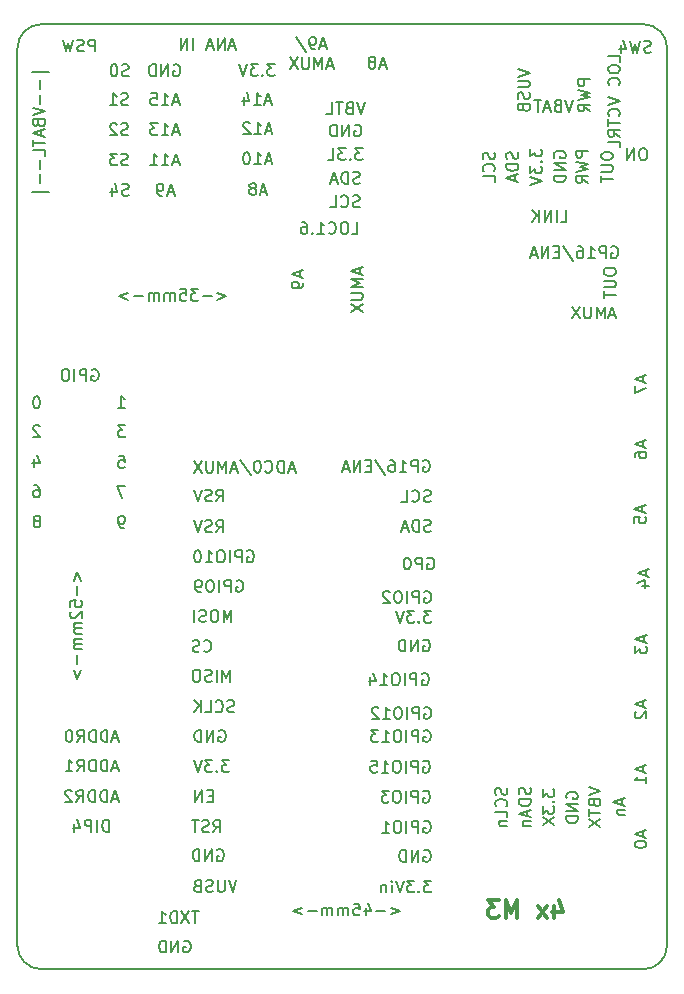
<source format=gbr>
G04 #@! TF.GenerationSoftware,KiCad,Pcbnew,(5.0.0-rc2-190-gf634b7565)*
G04 #@! TF.CreationDate,2018-07-18T23:06:55+02:00*
G04 #@! TF.ProjectId,IoP-mux8-1C,496F502D6D7578382D31432E6B696361,rev?*
G04 #@! TF.SameCoordinates,Original*
G04 #@! TF.FileFunction,Legend,Bot*
G04 #@! TF.FilePolarity,Positive*
%FSLAX46Y46*%
G04 Gerber Fmt 4.6, Leading zero omitted, Abs format (unit mm)*
G04 Created by KiCad (PCBNEW (5.0.0-rc2-190-gf634b7565)) date 07/18/18 23:06:55*
%MOMM*%
%LPD*%
G01*
G04 APERTURE LIST*
%ADD10C,0.200000*%
%ADD11C,0.300000*%
G04 APERTURE END LIST*
D10*
X194919904Y-67747714D02*
X195681809Y-68033428D01*
X194919904Y-68319142D01*
X194443714Y-68033428D02*
X193681809Y-68033428D01*
X193300857Y-67414380D02*
X192681809Y-67414380D01*
X193015142Y-67795333D01*
X192872285Y-67795333D01*
X192777047Y-67842952D01*
X192729428Y-67890571D01*
X192681809Y-67985809D01*
X192681809Y-68223904D01*
X192729428Y-68319142D01*
X192777047Y-68366761D01*
X192872285Y-68414380D01*
X193158000Y-68414380D01*
X193253238Y-68366761D01*
X193300857Y-68319142D01*
X191777047Y-67414380D02*
X192253238Y-67414380D01*
X192300857Y-67890571D01*
X192253238Y-67842952D01*
X192158000Y-67795333D01*
X191919904Y-67795333D01*
X191824666Y-67842952D01*
X191777047Y-67890571D01*
X191729428Y-67985809D01*
X191729428Y-68223904D01*
X191777047Y-68319142D01*
X191824666Y-68366761D01*
X191919904Y-68414380D01*
X192158000Y-68414380D01*
X192253238Y-68366761D01*
X192300857Y-68319142D01*
X191300857Y-68414380D02*
X191300857Y-67747714D01*
X191300857Y-67842952D02*
X191253238Y-67795333D01*
X191158000Y-67747714D01*
X191015142Y-67747714D01*
X190919904Y-67795333D01*
X190872285Y-67890571D01*
X190872285Y-68414380D01*
X190872285Y-67890571D02*
X190824666Y-67795333D01*
X190729428Y-67747714D01*
X190586571Y-67747714D01*
X190491333Y-67795333D01*
X190443714Y-67890571D01*
X190443714Y-68414380D01*
X189967523Y-68414380D02*
X189967523Y-67747714D01*
X189967523Y-67842952D02*
X189919904Y-67795333D01*
X189824666Y-67747714D01*
X189681809Y-67747714D01*
X189586571Y-67795333D01*
X189538952Y-67890571D01*
X189538952Y-68414380D01*
X189538952Y-67890571D02*
X189491333Y-67795333D01*
X189396095Y-67747714D01*
X189253238Y-67747714D01*
X189158000Y-67795333D01*
X189110380Y-67890571D01*
X189110380Y-68414380D01*
X188634190Y-68033428D02*
X187872285Y-68033428D01*
X187396095Y-67747714D02*
X186634190Y-68033428D01*
X187396095Y-68319142D01*
X209621904Y-119785714D02*
X210383809Y-120071428D01*
X209621904Y-120357142D01*
X209145714Y-120071428D02*
X208383809Y-120071428D01*
X207479047Y-119785714D02*
X207479047Y-120452380D01*
X207717142Y-119404761D02*
X207955238Y-120119047D01*
X207336190Y-120119047D01*
X206479047Y-119452380D02*
X206955238Y-119452380D01*
X207002857Y-119928571D01*
X206955238Y-119880952D01*
X206860000Y-119833333D01*
X206621904Y-119833333D01*
X206526666Y-119880952D01*
X206479047Y-119928571D01*
X206431428Y-120023809D01*
X206431428Y-120261904D01*
X206479047Y-120357142D01*
X206526666Y-120404761D01*
X206621904Y-120452380D01*
X206860000Y-120452380D01*
X206955238Y-120404761D01*
X207002857Y-120357142D01*
X206002857Y-120452380D02*
X206002857Y-119785714D01*
X206002857Y-119880952D02*
X205955238Y-119833333D01*
X205860000Y-119785714D01*
X205717142Y-119785714D01*
X205621904Y-119833333D01*
X205574285Y-119928571D01*
X205574285Y-120452380D01*
X205574285Y-119928571D02*
X205526666Y-119833333D01*
X205431428Y-119785714D01*
X205288571Y-119785714D01*
X205193333Y-119833333D01*
X205145714Y-119928571D01*
X205145714Y-120452380D01*
X204669523Y-120452380D02*
X204669523Y-119785714D01*
X204669523Y-119880952D02*
X204621904Y-119833333D01*
X204526666Y-119785714D01*
X204383809Y-119785714D01*
X204288571Y-119833333D01*
X204240952Y-119928571D01*
X204240952Y-120452380D01*
X204240952Y-119928571D02*
X204193333Y-119833333D01*
X204098095Y-119785714D01*
X203955238Y-119785714D01*
X203860000Y-119833333D01*
X203812380Y-119928571D01*
X203812380Y-120452380D01*
X203336190Y-120071428D02*
X202574285Y-120071428D01*
X202098095Y-119785714D02*
X201336190Y-120071428D01*
X202098095Y-120357142D01*
X182785714Y-92108095D02*
X183071428Y-91346190D01*
X183357142Y-92108095D01*
X183071428Y-92584285D02*
X183071428Y-93346190D01*
X182452380Y-94298571D02*
X182452380Y-93822380D01*
X182928571Y-93774761D01*
X182880952Y-93822380D01*
X182833333Y-93917619D01*
X182833333Y-94155714D01*
X182880952Y-94250952D01*
X182928571Y-94298571D01*
X183023809Y-94346190D01*
X183261904Y-94346190D01*
X183357142Y-94298571D01*
X183404761Y-94250952D01*
X183452380Y-94155714D01*
X183452380Y-93917619D01*
X183404761Y-93822380D01*
X183357142Y-93774761D01*
X182547619Y-94727142D02*
X182500000Y-94774761D01*
X182452380Y-94870000D01*
X182452380Y-95108095D01*
X182500000Y-95203333D01*
X182547619Y-95250952D01*
X182642857Y-95298571D01*
X182738095Y-95298571D01*
X182880952Y-95250952D01*
X183452380Y-94679523D01*
X183452380Y-95298571D01*
X183452380Y-95727142D02*
X182785714Y-95727142D01*
X182880952Y-95727142D02*
X182833333Y-95774761D01*
X182785714Y-95870000D01*
X182785714Y-96012857D01*
X182833333Y-96108095D01*
X182928571Y-96155714D01*
X183452380Y-96155714D01*
X182928571Y-96155714D02*
X182833333Y-96203333D01*
X182785714Y-96298571D01*
X182785714Y-96441428D01*
X182833333Y-96536666D01*
X182928571Y-96584285D01*
X183452380Y-96584285D01*
X183452380Y-97060476D02*
X182785714Y-97060476D01*
X182880952Y-97060476D02*
X182833333Y-97108095D01*
X182785714Y-97203333D01*
X182785714Y-97346190D01*
X182833333Y-97441428D01*
X182928571Y-97489047D01*
X183452380Y-97489047D01*
X182928571Y-97489047D02*
X182833333Y-97536666D01*
X182785714Y-97631904D01*
X182785714Y-97774761D01*
X182833333Y-97870000D01*
X182928571Y-97917619D01*
X183452380Y-97917619D01*
X183071428Y-98393809D02*
X183071428Y-99155714D01*
X182785714Y-99631904D02*
X183071428Y-100393809D01*
X183357142Y-99631904D01*
X193356228Y-120100080D02*
X192784800Y-120100080D01*
X193070514Y-121100080D02*
X193070514Y-120100080D01*
X192546704Y-120100080D02*
X191880038Y-121100080D01*
X191880038Y-120100080D02*
X192546704Y-121100080D01*
X191499085Y-121100080D02*
X191499085Y-120100080D01*
X191260990Y-120100080D01*
X191118133Y-120147700D01*
X191022895Y-120242938D01*
X190975276Y-120338176D01*
X190927657Y-120528652D01*
X190927657Y-120671509D01*
X190975276Y-120861985D01*
X191022895Y-120957223D01*
X191118133Y-121052461D01*
X191260990Y-121100080D01*
X191499085Y-121100080D01*
X189975276Y-121100080D02*
X190546704Y-121100080D01*
X190260990Y-121100080D02*
X190260990Y-120100080D01*
X190356228Y-120242938D01*
X190451466Y-120338176D01*
X190546704Y-120385795D01*
X192083214Y-122636900D02*
X192178452Y-122589280D01*
X192321309Y-122589280D01*
X192464166Y-122636900D01*
X192559404Y-122732138D01*
X192607023Y-122827376D01*
X192654642Y-123017852D01*
X192654642Y-123160709D01*
X192607023Y-123351185D01*
X192559404Y-123446423D01*
X192464166Y-123541661D01*
X192321309Y-123589280D01*
X192226071Y-123589280D01*
X192083214Y-123541661D01*
X192035595Y-123494042D01*
X192035595Y-123160709D01*
X192226071Y-123160709D01*
X191607023Y-123589280D02*
X191607023Y-122589280D01*
X191035595Y-123589280D01*
X191035595Y-122589280D01*
X190559404Y-123589280D02*
X190559404Y-122589280D01*
X190321309Y-122589280D01*
X190178452Y-122636900D01*
X190083214Y-122732138D01*
X190035595Y-122827376D01*
X189987976Y-123017852D01*
X189987976Y-123160709D01*
X190035595Y-123351185D01*
X190083214Y-123446423D01*
X190178452Y-123541661D01*
X190321309Y-123589280D01*
X190559404Y-123589280D01*
D11*
X223464285Y-119678571D02*
X223464285Y-120678571D01*
X223821428Y-119107142D02*
X224178571Y-120178571D01*
X223250000Y-120178571D01*
X222821428Y-120678571D02*
X222035714Y-119678571D01*
X222821428Y-119678571D02*
X222035714Y-120678571D01*
X220321428Y-120678571D02*
X220321428Y-119178571D01*
X219821428Y-120250000D01*
X219321428Y-119178571D01*
X219321428Y-120678571D01*
X218750000Y-119178571D02*
X217821428Y-119178571D01*
X218321428Y-119750000D01*
X218107142Y-119750000D01*
X217964285Y-119821428D01*
X217892857Y-119892857D01*
X217821428Y-120035714D01*
X217821428Y-120392857D01*
X217892857Y-120535714D01*
X217964285Y-120607142D01*
X218107142Y-120678571D01*
X218535714Y-120678571D01*
X218678571Y-120607142D01*
X218750000Y-120535714D01*
D10*
X196544285Y-92100000D02*
X196639523Y-92052380D01*
X196782380Y-92052380D01*
X196925238Y-92100000D01*
X197020476Y-92195238D01*
X197068095Y-92290476D01*
X197115714Y-92480952D01*
X197115714Y-92623809D01*
X197068095Y-92814285D01*
X197020476Y-92909523D01*
X196925238Y-93004761D01*
X196782380Y-93052380D01*
X196687142Y-93052380D01*
X196544285Y-93004761D01*
X196496666Y-92957142D01*
X196496666Y-92623809D01*
X196687142Y-92623809D01*
X196068095Y-93052380D02*
X196068095Y-92052380D01*
X195687142Y-92052380D01*
X195591904Y-92100000D01*
X195544285Y-92147619D01*
X195496666Y-92242857D01*
X195496666Y-92385714D01*
X195544285Y-92480952D01*
X195591904Y-92528571D01*
X195687142Y-92576190D01*
X196068095Y-92576190D01*
X195068095Y-93052380D02*
X195068095Y-92052380D01*
X194401428Y-92052380D02*
X194210952Y-92052380D01*
X194115714Y-92100000D01*
X194020476Y-92195238D01*
X193972857Y-92385714D01*
X193972857Y-92719047D01*
X194020476Y-92909523D01*
X194115714Y-93004761D01*
X194210952Y-93052380D01*
X194401428Y-93052380D01*
X194496666Y-93004761D01*
X194591904Y-92909523D01*
X194639523Y-92719047D01*
X194639523Y-92385714D01*
X194591904Y-92195238D01*
X194496666Y-92100000D01*
X194401428Y-92052380D01*
X193496666Y-93052380D02*
X193306190Y-93052380D01*
X193210952Y-93004761D01*
X193163333Y-92957142D01*
X193068095Y-92814285D01*
X193020476Y-92623809D01*
X193020476Y-92242857D01*
X193068095Y-92147619D01*
X193115714Y-92100000D01*
X193210952Y-92052380D01*
X193401428Y-92052380D01*
X193496666Y-92100000D01*
X193544285Y-92147619D01*
X193591904Y-92242857D01*
X193591904Y-92480952D01*
X193544285Y-92576190D01*
X193496666Y-92623809D01*
X193401428Y-92671428D01*
X193210952Y-92671428D01*
X193115714Y-92623809D01*
X193068095Y-92576190D01*
X193020476Y-92480952D01*
X197446666Y-89600000D02*
X197541904Y-89552380D01*
X197684761Y-89552380D01*
X197827619Y-89600000D01*
X197922857Y-89695238D01*
X197970476Y-89790476D01*
X198018095Y-89980952D01*
X198018095Y-90123809D01*
X197970476Y-90314285D01*
X197922857Y-90409523D01*
X197827619Y-90504761D01*
X197684761Y-90552380D01*
X197589523Y-90552380D01*
X197446666Y-90504761D01*
X197399047Y-90457142D01*
X197399047Y-90123809D01*
X197589523Y-90123809D01*
X196970476Y-90552380D02*
X196970476Y-89552380D01*
X196589523Y-89552380D01*
X196494285Y-89600000D01*
X196446666Y-89647619D01*
X196399047Y-89742857D01*
X196399047Y-89885714D01*
X196446666Y-89980952D01*
X196494285Y-90028571D01*
X196589523Y-90076190D01*
X196970476Y-90076190D01*
X195970476Y-90552380D02*
X195970476Y-89552380D01*
X195303809Y-89552380D02*
X195113333Y-89552380D01*
X195018095Y-89600000D01*
X194922857Y-89695238D01*
X194875238Y-89885714D01*
X194875238Y-90219047D01*
X194922857Y-90409523D01*
X195018095Y-90504761D01*
X195113333Y-90552380D01*
X195303809Y-90552380D01*
X195399047Y-90504761D01*
X195494285Y-90409523D01*
X195541904Y-90219047D01*
X195541904Y-89885714D01*
X195494285Y-89695238D01*
X195399047Y-89600000D01*
X195303809Y-89552380D01*
X193922857Y-90552380D02*
X194494285Y-90552380D01*
X194208571Y-90552380D02*
X194208571Y-89552380D01*
X194303809Y-89695238D01*
X194399047Y-89790476D01*
X194494285Y-89838095D01*
X193303809Y-89552380D02*
X193208571Y-89552380D01*
X193113333Y-89600000D01*
X193065714Y-89647619D01*
X193018095Y-89742857D01*
X192970476Y-89933333D01*
X192970476Y-90171428D01*
X193018095Y-90361904D01*
X193065714Y-90457142D01*
X193113333Y-90504761D01*
X193208571Y-90552380D01*
X193303809Y-90552380D01*
X193399047Y-90504761D01*
X193446666Y-90457142D01*
X193494285Y-90361904D01*
X193541904Y-90171428D01*
X193541904Y-89933333D01*
X193494285Y-89742857D01*
X193446666Y-89647619D01*
X193399047Y-89600000D01*
X193303809Y-89552380D01*
X201446666Y-82666666D02*
X200970476Y-82666666D01*
X201541904Y-82952380D02*
X201208571Y-81952380D01*
X200875238Y-82952380D01*
X200541904Y-82952380D02*
X200541904Y-81952380D01*
X200303809Y-81952380D01*
X200160952Y-82000000D01*
X200065714Y-82095238D01*
X200018095Y-82190476D01*
X199970476Y-82380952D01*
X199970476Y-82523809D01*
X200018095Y-82714285D01*
X200065714Y-82809523D01*
X200160952Y-82904761D01*
X200303809Y-82952380D01*
X200541904Y-82952380D01*
X198970476Y-82857142D02*
X199018095Y-82904761D01*
X199160952Y-82952380D01*
X199256190Y-82952380D01*
X199399047Y-82904761D01*
X199494285Y-82809523D01*
X199541904Y-82714285D01*
X199589523Y-82523809D01*
X199589523Y-82380952D01*
X199541904Y-82190476D01*
X199494285Y-82095238D01*
X199399047Y-82000000D01*
X199256190Y-81952380D01*
X199160952Y-81952380D01*
X199018095Y-82000000D01*
X198970476Y-82047619D01*
X198351428Y-81952380D02*
X198256190Y-81952380D01*
X198160952Y-82000000D01*
X198113333Y-82047619D01*
X198065714Y-82142857D01*
X198018095Y-82333333D01*
X198018095Y-82571428D01*
X198065714Y-82761904D01*
X198113333Y-82857142D01*
X198160952Y-82904761D01*
X198256190Y-82952380D01*
X198351428Y-82952380D01*
X198446666Y-82904761D01*
X198494285Y-82857142D01*
X198541904Y-82761904D01*
X198589523Y-82571428D01*
X198589523Y-82333333D01*
X198541904Y-82142857D01*
X198494285Y-82047619D01*
X198446666Y-82000000D01*
X198351428Y-81952380D01*
X196875238Y-81904761D02*
X197732380Y-83190476D01*
X196589523Y-82666666D02*
X196113333Y-82666666D01*
X196684761Y-82952380D02*
X196351428Y-81952380D01*
X196018095Y-82952380D01*
X195684761Y-82952380D02*
X195684761Y-81952380D01*
X195351428Y-82666666D01*
X195018095Y-81952380D01*
X195018095Y-82952380D01*
X194541904Y-81952380D02*
X194541904Y-82761904D01*
X194494285Y-82857142D01*
X194446666Y-82904761D01*
X194351428Y-82952380D01*
X194160952Y-82952380D01*
X194065714Y-82904761D01*
X194018095Y-82857142D01*
X193970476Y-82761904D01*
X193970476Y-81952380D01*
X193589523Y-81952380D02*
X192922857Y-82952380D01*
X192922857Y-81952380D02*
X193589523Y-82952380D01*
X212979523Y-85404761D02*
X212836666Y-85452380D01*
X212598571Y-85452380D01*
X212503333Y-85404761D01*
X212455714Y-85357142D01*
X212408095Y-85261904D01*
X212408095Y-85166666D01*
X212455714Y-85071428D01*
X212503333Y-85023809D01*
X212598571Y-84976190D01*
X212789047Y-84928571D01*
X212884285Y-84880952D01*
X212931904Y-84833333D01*
X212979523Y-84738095D01*
X212979523Y-84642857D01*
X212931904Y-84547619D01*
X212884285Y-84500000D01*
X212789047Y-84452380D01*
X212550952Y-84452380D01*
X212408095Y-84500000D01*
X211408095Y-85357142D02*
X211455714Y-85404761D01*
X211598571Y-85452380D01*
X211693809Y-85452380D01*
X211836666Y-85404761D01*
X211931904Y-85309523D01*
X211979523Y-85214285D01*
X212027142Y-85023809D01*
X212027142Y-84880952D01*
X211979523Y-84690476D01*
X211931904Y-84595238D01*
X211836666Y-84500000D01*
X211693809Y-84452380D01*
X211598571Y-84452380D01*
X211455714Y-84500000D01*
X211408095Y-84547619D01*
X210503333Y-85452380D02*
X210979523Y-85452380D01*
X210979523Y-84452380D01*
X212358095Y-81950000D02*
X212453333Y-81902380D01*
X212596190Y-81902380D01*
X212739047Y-81950000D01*
X212834285Y-82045238D01*
X212881904Y-82140476D01*
X212929523Y-82330952D01*
X212929523Y-82473809D01*
X212881904Y-82664285D01*
X212834285Y-82759523D01*
X212739047Y-82854761D01*
X212596190Y-82902380D01*
X212500952Y-82902380D01*
X212358095Y-82854761D01*
X212310476Y-82807142D01*
X212310476Y-82473809D01*
X212500952Y-82473809D01*
X211881904Y-82902380D02*
X211881904Y-81902380D01*
X211500952Y-81902380D01*
X211405714Y-81950000D01*
X211358095Y-81997619D01*
X211310476Y-82092857D01*
X211310476Y-82235714D01*
X211358095Y-82330952D01*
X211405714Y-82378571D01*
X211500952Y-82426190D01*
X211881904Y-82426190D01*
X210358095Y-82902380D02*
X210929523Y-82902380D01*
X210643809Y-82902380D02*
X210643809Y-81902380D01*
X210739047Y-82045238D01*
X210834285Y-82140476D01*
X210929523Y-82188095D01*
X209500952Y-81902380D02*
X209691428Y-81902380D01*
X209786666Y-81950000D01*
X209834285Y-81997619D01*
X209929523Y-82140476D01*
X209977142Y-82330952D01*
X209977142Y-82711904D01*
X209929523Y-82807142D01*
X209881904Y-82854761D01*
X209786666Y-82902380D01*
X209596190Y-82902380D01*
X209500952Y-82854761D01*
X209453333Y-82807142D01*
X209405714Y-82711904D01*
X209405714Y-82473809D01*
X209453333Y-82378571D01*
X209500952Y-82330952D01*
X209596190Y-82283333D01*
X209786666Y-82283333D01*
X209881904Y-82330952D01*
X209929523Y-82378571D01*
X209977142Y-82473809D01*
X208262857Y-81854761D02*
X209120000Y-83140476D01*
X207929523Y-82378571D02*
X207596190Y-82378571D01*
X207453333Y-82902380D02*
X207929523Y-82902380D01*
X207929523Y-81902380D01*
X207453333Y-81902380D01*
X207024761Y-82902380D02*
X207024761Y-81902380D01*
X206453333Y-82902380D01*
X206453333Y-81902380D01*
X206024761Y-82616666D02*
X205548571Y-82616666D01*
X206120000Y-82902380D02*
X205786666Y-81902380D01*
X205453333Y-82902380D01*
X195925238Y-107302380D02*
X195306190Y-107302380D01*
X195639523Y-107683333D01*
X195496666Y-107683333D01*
X195401428Y-107730952D01*
X195353809Y-107778571D01*
X195306190Y-107873809D01*
X195306190Y-108111904D01*
X195353809Y-108207142D01*
X195401428Y-108254761D01*
X195496666Y-108302380D01*
X195782380Y-108302380D01*
X195877619Y-108254761D01*
X195925238Y-108207142D01*
X194877619Y-108207142D02*
X194830000Y-108254761D01*
X194877619Y-108302380D01*
X194925238Y-108254761D01*
X194877619Y-108207142D01*
X194877619Y-108302380D01*
X194496666Y-107302380D02*
X193877619Y-107302380D01*
X194210952Y-107683333D01*
X194068095Y-107683333D01*
X193972857Y-107730952D01*
X193925238Y-107778571D01*
X193877619Y-107873809D01*
X193877619Y-108111904D01*
X193925238Y-108207142D01*
X193972857Y-108254761D01*
X194068095Y-108302380D01*
X194353809Y-108302380D01*
X194449047Y-108254761D01*
X194496666Y-108207142D01*
X193591904Y-107302380D02*
X193258571Y-108302380D01*
X192925238Y-107302380D01*
X195065714Y-104800000D02*
X195160952Y-104752380D01*
X195303809Y-104752380D01*
X195446666Y-104800000D01*
X195541904Y-104895238D01*
X195589523Y-104990476D01*
X195637142Y-105180952D01*
X195637142Y-105323809D01*
X195589523Y-105514285D01*
X195541904Y-105609523D01*
X195446666Y-105704761D01*
X195303809Y-105752380D01*
X195208571Y-105752380D01*
X195065714Y-105704761D01*
X195018095Y-105657142D01*
X195018095Y-105323809D01*
X195208571Y-105323809D01*
X194589523Y-105752380D02*
X194589523Y-104752380D01*
X194018095Y-105752380D01*
X194018095Y-104752380D01*
X193541904Y-105752380D02*
X193541904Y-104752380D01*
X193303809Y-104752380D01*
X193160952Y-104800000D01*
X193065714Y-104895238D01*
X193018095Y-104990476D01*
X192970476Y-105180952D01*
X192970476Y-105323809D01*
X193018095Y-105514285D01*
X193065714Y-105609523D01*
X193160952Y-105704761D01*
X193303809Y-105752380D01*
X193541904Y-105752380D01*
X196351428Y-103204761D02*
X196208571Y-103252380D01*
X195970476Y-103252380D01*
X195875238Y-103204761D01*
X195827619Y-103157142D01*
X195780000Y-103061904D01*
X195780000Y-102966666D01*
X195827619Y-102871428D01*
X195875238Y-102823809D01*
X195970476Y-102776190D01*
X196160952Y-102728571D01*
X196256190Y-102680952D01*
X196303809Y-102633333D01*
X196351428Y-102538095D01*
X196351428Y-102442857D01*
X196303809Y-102347619D01*
X196256190Y-102300000D01*
X196160952Y-102252380D01*
X195922857Y-102252380D01*
X195780000Y-102300000D01*
X194780000Y-103157142D02*
X194827619Y-103204761D01*
X194970476Y-103252380D01*
X195065714Y-103252380D01*
X195208571Y-103204761D01*
X195303809Y-103109523D01*
X195351428Y-103014285D01*
X195399047Y-102823809D01*
X195399047Y-102680952D01*
X195351428Y-102490476D01*
X195303809Y-102395238D01*
X195208571Y-102300000D01*
X195065714Y-102252380D01*
X194970476Y-102252380D01*
X194827619Y-102300000D01*
X194780000Y-102347619D01*
X193875238Y-103252380D02*
X194351428Y-103252380D01*
X194351428Y-102252380D01*
X193541904Y-103252380D02*
X193541904Y-102252380D01*
X192970476Y-103252380D02*
X193399047Y-102680952D01*
X192970476Y-102252380D02*
X193541904Y-102823809D01*
X196010952Y-100652380D02*
X196010952Y-99652380D01*
X195677619Y-100366666D01*
X195344285Y-99652380D01*
X195344285Y-100652380D01*
X194868095Y-100652380D02*
X194868095Y-99652380D01*
X194439523Y-100604761D02*
X194296666Y-100652380D01*
X194058571Y-100652380D01*
X193963333Y-100604761D01*
X193915714Y-100557142D01*
X193868095Y-100461904D01*
X193868095Y-100366666D01*
X193915714Y-100271428D01*
X193963333Y-100223809D01*
X194058571Y-100176190D01*
X194249047Y-100128571D01*
X194344285Y-100080952D01*
X194391904Y-100033333D01*
X194439523Y-99938095D01*
X194439523Y-99842857D01*
X194391904Y-99747619D01*
X194344285Y-99700000D01*
X194249047Y-99652380D01*
X194010952Y-99652380D01*
X193868095Y-99700000D01*
X193249047Y-99652380D02*
X193058571Y-99652380D01*
X192963333Y-99700000D01*
X192868095Y-99795238D01*
X192820476Y-99985714D01*
X192820476Y-100319047D01*
X192868095Y-100509523D01*
X192963333Y-100604761D01*
X193058571Y-100652380D01*
X193249047Y-100652380D01*
X193344285Y-100604761D01*
X193439523Y-100509523D01*
X193487142Y-100319047D01*
X193487142Y-99985714D01*
X193439523Y-99795238D01*
X193344285Y-99700000D01*
X193249047Y-99652380D01*
X193772857Y-98057142D02*
X193820476Y-98104761D01*
X193963333Y-98152380D01*
X194058571Y-98152380D01*
X194201428Y-98104761D01*
X194296666Y-98009523D01*
X194344285Y-97914285D01*
X194391904Y-97723809D01*
X194391904Y-97580952D01*
X194344285Y-97390476D01*
X194296666Y-97295238D01*
X194201428Y-97200000D01*
X194058571Y-97152380D01*
X193963333Y-97152380D01*
X193820476Y-97200000D01*
X193772857Y-97247619D01*
X193391904Y-98104761D02*
X193249047Y-98152380D01*
X193010952Y-98152380D01*
X192915714Y-98104761D01*
X192868095Y-98057142D01*
X192820476Y-97961904D01*
X192820476Y-97866666D01*
X192868095Y-97771428D01*
X192915714Y-97723809D01*
X193010952Y-97676190D01*
X193201428Y-97628571D01*
X193296666Y-97580952D01*
X193344285Y-97533333D01*
X193391904Y-97438095D01*
X193391904Y-97342857D01*
X193344285Y-97247619D01*
X193296666Y-97200000D01*
X193201428Y-97152380D01*
X192963333Y-97152380D01*
X192820476Y-97200000D01*
X196110952Y-95602380D02*
X196110952Y-94602380D01*
X195777619Y-95316666D01*
X195444285Y-94602380D01*
X195444285Y-95602380D01*
X194777619Y-94602380D02*
X194587142Y-94602380D01*
X194491904Y-94650000D01*
X194396666Y-94745238D01*
X194349047Y-94935714D01*
X194349047Y-95269047D01*
X194396666Y-95459523D01*
X194491904Y-95554761D01*
X194587142Y-95602380D01*
X194777619Y-95602380D01*
X194872857Y-95554761D01*
X194968095Y-95459523D01*
X195015714Y-95269047D01*
X195015714Y-94935714D01*
X194968095Y-94745238D01*
X194872857Y-94650000D01*
X194777619Y-94602380D01*
X193968095Y-95554761D02*
X193825238Y-95602380D01*
X193587142Y-95602380D01*
X193491904Y-95554761D01*
X193444285Y-95507142D01*
X193396666Y-95411904D01*
X193396666Y-95316666D01*
X193444285Y-95221428D01*
X193491904Y-95173809D01*
X193587142Y-95126190D01*
X193777619Y-95078571D01*
X193872857Y-95030952D01*
X193920476Y-94983333D01*
X193968095Y-94888095D01*
X193968095Y-94792857D01*
X193920476Y-94697619D01*
X193872857Y-94650000D01*
X193777619Y-94602380D01*
X193539523Y-94602380D01*
X193396666Y-94650000D01*
X192968095Y-95602380D02*
X192968095Y-94602380D01*
X196541904Y-117452380D02*
X196208571Y-118452380D01*
X195875238Y-117452380D01*
X195541904Y-117452380D02*
X195541904Y-118261904D01*
X195494285Y-118357142D01*
X195446666Y-118404761D01*
X195351428Y-118452380D01*
X195160952Y-118452380D01*
X195065714Y-118404761D01*
X195018095Y-118357142D01*
X194970476Y-118261904D01*
X194970476Y-117452380D01*
X194541904Y-118404761D02*
X194399047Y-118452380D01*
X194160952Y-118452380D01*
X194065714Y-118404761D01*
X194018095Y-118357142D01*
X193970476Y-118261904D01*
X193970476Y-118166666D01*
X194018095Y-118071428D01*
X194065714Y-118023809D01*
X194160952Y-117976190D01*
X194351428Y-117928571D01*
X194446666Y-117880952D01*
X194494285Y-117833333D01*
X194541904Y-117738095D01*
X194541904Y-117642857D01*
X194494285Y-117547619D01*
X194446666Y-117500000D01*
X194351428Y-117452380D01*
X194113333Y-117452380D01*
X193970476Y-117500000D01*
X193208571Y-117928571D02*
X193065714Y-117976190D01*
X193018095Y-118023809D01*
X192970476Y-118119047D01*
X192970476Y-118261904D01*
X193018095Y-118357142D01*
X193065714Y-118404761D01*
X193160952Y-118452380D01*
X193541904Y-118452380D01*
X193541904Y-117452380D01*
X193208571Y-117452380D01*
X193113333Y-117500000D01*
X193065714Y-117547619D01*
X193018095Y-117642857D01*
X193018095Y-117738095D01*
X193065714Y-117833333D01*
X193113333Y-117880952D01*
X193208571Y-117928571D01*
X193541904Y-117928571D01*
X194915714Y-114900000D02*
X195010952Y-114852380D01*
X195153809Y-114852380D01*
X195296666Y-114900000D01*
X195391904Y-114995238D01*
X195439523Y-115090476D01*
X195487142Y-115280952D01*
X195487142Y-115423809D01*
X195439523Y-115614285D01*
X195391904Y-115709523D01*
X195296666Y-115804761D01*
X195153809Y-115852380D01*
X195058571Y-115852380D01*
X194915714Y-115804761D01*
X194868095Y-115757142D01*
X194868095Y-115423809D01*
X195058571Y-115423809D01*
X194439523Y-115852380D02*
X194439523Y-114852380D01*
X193868095Y-115852380D01*
X193868095Y-114852380D01*
X193391904Y-115852380D02*
X193391904Y-114852380D01*
X193153809Y-114852380D01*
X193010952Y-114900000D01*
X192915714Y-114995238D01*
X192868095Y-115090476D01*
X192820476Y-115280952D01*
X192820476Y-115423809D01*
X192868095Y-115614285D01*
X192915714Y-115709523D01*
X193010952Y-115804761D01*
X193153809Y-115852380D01*
X193391904Y-115852380D01*
X194584761Y-113402380D02*
X194918095Y-112926190D01*
X195156190Y-113402380D02*
X195156190Y-112402380D01*
X194775238Y-112402380D01*
X194680000Y-112450000D01*
X194632380Y-112497619D01*
X194584761Y-112592857D01*
X194584761Y-112735714D01*
X194632380Y-112830952D01*
X194680000Y-112878571D01*
X194775238Y-112926190D01*
X195156190Y-112926190D01*
X194203809Y-113354761D02*
X194060952Y-113402380D01*
X193822857Y-113402380D01*
X193727619Y-113354761D01*
X193680000Y-113307142D01*
X193632380Y-113211904D01*
X193632380Y-113116666D01*
X193680000Y-113021428D01*
X193727619Y-112973809D01*
X193822857Y-112926190D01*
X194013333Y-112878571D01*
X194108571Y-112830952D01*
X194156190Y-112783333D01*
X194203809Y-112688095D01*
X194203809Y-112592857D01*
X194156190Y-112497619D01*
X194108571Y-112450000D01*
X194013333Y-112402380D01*
X193775238Y-112402380D01*
X193632380Y-112450000D01*
X193346666Y-112402380D02*
X192775238Y-112402380D01*
X193060952Y-113402380D02*
X193060952Y-112402380D01*
X194830000Y-85402380D02*
X195163333Y-84926190D01*
X195401428Y-85402380D02*
X195401428Y-84402380D01*
X195020476Y-84402380D01*
X194925238Y-84450000D01*
X194877619Y-84497619D01*
X194830000Y-84592857D01*
X194830000Y-84735714D01*
X194877619Y-84830952D01*
X194925238Y-84878571D01*
X195020476Y-84926190D01*
X195401428Y-84926190D01*
X194449047Y-85354761D02*
X194306190Y-85402380D01*
X194068095Y-85402380D01*
X193972857Y-85354761D01*
X193925238Y-85307142D01*
X193877619Y-85211904D01*
X193877619Y-85116666D01*
X193925238Y-85021428D01*
X193972857Y-84973809D01*
X194068095Y-84926190D01*
X194258571Y-84878571D01*
X194353809Y-84830952D01*
X194401428Y-84783333D01*
X194449047Y-84688095D01*
X194449047Y-84592857D01*
X194401428Y-84497619D01*
X194353809Y-84450000D01*
X194258571Y-84402380D01*
X194020476Y-84402380D01*
X193877619Y-84450000D01*
X193591904Y-84402380D02*
X193258571Y-85402380D01*
X192925238Y-84402380D01*
X194830000Y-88002380D02*
X195163333Y-87526190D01*
X195401428Y-88002380D02*
X195401428Y-87002380D01*
X195020476Y-87002380D01*
X194925238Y-87050000D01*
X194877619Y-87097619D01*
X194830000Y-87192857D01*
X194830000Y-87335714D01*
X194877619Y-87430952D01*
X194925238Y-87478571D01*
X195020476Y-87526190D01*
X195401428Y-87526190D01*
X194449047Y-87954761D02*
X194306190Y-88002380D01*
X194068095Y-88002380D01*
X193972857Y-87954761D01*
X193925238Y-87907142D01*
X193877619Y-87811904D01*
X193877619Y-87716666D01*
X193925238Y-87621428D01*
X193972857Y-87573809D01*
X194068095Y-87526190D01*
X194258571Y-87478571D01*
X194353809Y-87430952D01*
X194401428Y-87383333D01*
X194449047Y-87288095D01*
X194449047Y-87192857D01*
X194401428Y-87097619D01*
X194353809Y-87050000D01*
X194258571Y-87002380D01*
X194020476Y-87002380D01*
X193877619Y-87050000D01*
X193591904Y-87002380D02*
X193258571Y-88002380D01*
X192925238Y-87002380D01*
X194544285Y-110328571D02*
X194210952Y-110328571D01*
X194068095Y-110852380D02*
X194544285Y-110852380D01*
X194544285Y-109852380D01*
X194068095Y-109852380D01*
X193639523Y-110852380D02*
X193639523Y-109852380D01*
X193068095Y-110852380D01*
X193068095Y-109852380D01*
X212979523Y-87904761D02*
X212836666Y-87952380D01*
X212598571Y-87952380D01*
X212503333Y-87904761D01*
X212455714Y-87857142D01*
X212408095Y-87761904D01*
X212408095Y-87666666D01*
X212455714Y-87571428D01*
X212503333Y-87523809D01*
X212598571Y-87476190D01*
X212789047Y-87428571D01*
X212884285Y-87380952D01*
X212931904Y-87333333D01*
X212979523Y-87238095D01*
X212979523Y-87142857D01*
X212931904Y-87047619D01*
X212884285Y-87000000D01*
X212789047Y-86952380D01*
X212550952Y-86952380D01*
X212408095Y-87000000D01*
X211979523Y-87952380D02*
X211979523Y-86952380D01*
X211741428Y-86952380D01*
X211598571Y-87000000D01*
X211503333Y-87095238D01*
X211455714Y-87190476D01*
X211408095Y-87380952D01*
X211408095Y-87523809D01*
X211455714Y-87714285D01*
X211503333Y-87809523D01*
X211598571Y-87904761D01*
X211741428Y-87952380D01*
X211979523Y-87952380D01*
X211027142Y-87666666D02*
X210550952Y-87666666D01*
X211122380Y-87952380D02*
X210789047Y-86952380D01*
X210455714Y-87952380D01*
X212708095Y-90200000D02*
X212803333Y-90152380D01*
X212946190Y-90152380D01*
X213089047Y-90200000D01*
X213184285Y-90295238D01*
X213231904Y-90390476D01*
X213279523Y-90580952D01*
X213279523Y-90723809D01*
X213231904Y-90914285D01*
X213184285Y-91009523D01*
X213089047Y-91104761D01*
X212946190Y-91152380D01*
X212850952Y-91152380D01*
X212708095Y-91104761D01*
X212660476Y-91057142D01*
X212660476Y-90723809D01*
X212850952Y-90723809D01*
X212231904Y-91152380D02*
X212231904Y-90152380D01*
X211850952Y-90152380D01*
X211755714Y-90200000D01*
X211708095Y-90247619D01*
X211660476Y-90342857D01*
X211660476Y-90485714D01*
X211708095Y-90580952D01*
X211755714Y-90628571D01*
X211850952Y-90676190D01*
X212231904Y-90676190D01*
X211041428Y-90152380D02*
X210946190Y-90152380D01*
X210850952Y-90200000D01*
X210803333Y-90247619D01*
X210755714Y-90342857D01*
X210708095Y-90533333D01*
X210708095Y-90771428D01*
X210755714Y-90961904D01*
X210803333Y-91057142D01*
X210850952Y-91104761D01*
X210946190Y-91152380D01*
X211041428Y-91152380D01*
X211136666Y-91104761D01*
X211184285Y-91057142D01*
X211231904Y-90961904D01*
X211279523Y-90771428D01*
X211279523Y-90533333D01*
X211231904Y-90342857D01*
X211184285Y-90247619D01*
X211136666Y-90200000D01*
X211041428Y-90152380D01*
X212458095Y-93050000D02*
X212553333Y-93002380D01*
X212696190Y-93002380D01*
X212839047Y-93050000D01*
X212934285Y-93145238D01*
X212981904Y-93240476D01*
X213029523Y-93430952D01*
X213029523Y-93573809D01*
X212981904Y-93764285D01*
X212934285Y-93859523D01*
X212839047Y-93954761D01*
X212696190Y-94002380D01*
X212600952Y-94002380D01*
X212458095Y-93954761D01*
X212410476Y-93907142D01*
X212410476Y-93573809D01*
X212600952Y-93573809D01*
X211981904Y-94002380D02*
X211981904Y-93002380D01*
X211600952Y-93002380D01*
X211505714Y-93050000D01*
X211458095Y-93097619D01*
X211410476Y-93192857D01*
X211410476Y-93335714D01*
X211458095Y-93430952D01*
X211505714Y-93478571D01*
X211600952Y-93526190D01*
X211981904Y-93526190D01*
X210981904Y-94002380D02*
X210981904Y-93002380D01*
X210315238Y-93002380D02*
X210124761Y-93002380D01*
X210029523Y-93050000D01*
X209934285Y-93145238D01*
X209886666Y-93335714D01*
X209886666Y-93669047D01*
X209934285Y-93859523D01*
X210029523Y-93954761D01*
X210124761Y-94002380D01*
X210315238Y-94002380D01*
X210410476Y-93954761D01*
X210505714Y-93859523D01*
X210553333Y-93669047D01*
X210553333Y-93335714D01*
X210505714Y-93145238D01*
X210410476Y-93050000D01*
X210315238Y-93002380D01*
X209505714Y-93097619D02*
X209458095Y-93050000D01*
X209362857Y-93002380D01*
X209124761Y-93002380D01*
X209029523Y-93050000D01*
X208981904Y-93097619D01*
X208934285Y-93192857D01*
X208934285Y-93288095D01*
X208981904Y-93430952D01*
X209553333Y-94002380D01*
X208934285Y-94002380D01*
X213027142Y-94652380D02*
X212408095Y-94652380D01*
X212741428Y-95033333D01*
X212598571Y-95033333D01*
X212503333Y-95080952D01*
X212455714Y-95128571D01*
X212408095Y-95223809D01*
X212408095Y-95461904D01*
X212455714Y-95557142D01*
X212503333Y-95604761D01*
X212598571Y-95652380D01*
X212884285Y-95652380D01*
X212979523Y-95604761D01*
X213027142Y-95557142D01*
X211979523Y-95557142D02*
X211931904Y-95604761D01*
X211979523Y-95652380D01*
X212027142Y-95604761D01*
X211979523Y-95557142D01*
X211979523Y-95652380D01*
X211598571Y-94652380D02*
X210979523Y-94652380D01*
X211312857Y-95033333D01*
X211170000Y-95033333D01*
X211074761Y-95080952D01*
X211027142Y-95128571D01*
X210979523Y-95223809D01*
X210979523Y-95461904D01*
X211027142Y-95557142D01*
X211074761Y-95604761D01*
X211170000Y-95652380D01*
X211455714Y-95652380D01*
X211550952Y-95604761D01*
X211598571Y-95557142D01*
X210693809Y-94652380D02*
X210360476Y-95652380D01*
X210027142Y-94652380D01*
X212358095Y-97150000D02*
X212453333Y-97102380D01*
X212596190Y-97102380D01*
X212739047Y-97150000D01*
X212834285Y-97245238D01*
X212881904Y-97340476D01*
X212929523Y-97530952D01*
X212929523Y-97673809D01*
X212881904Y-97864285D01*
X212834285Y-97959523D01*
X212739047Y-98054761D01*
X212596190Y-98102380D01*
X212500952Y-98102380D01*
X212358095Y-98054761D01*
X212310476Y-98007142D01*
X212310476Y-97673809D01*
X212500952Y-97673809D01*
X211881904Y-98102380D02*
X211881904Y-97102380D01*
X211310476Y-98102380D01*
X211310476Y-97102380D01*
X210834285Y-98102380D02*
X210834285Y-97102380D01*
X210596190Y-97102380D01*
X210453333Y-97150000D01*
X210358095Y-97245238D01*
X210310476Y-97340476D01*
X210262857Y-97530952D01*
X210262857Y-97673809D01*
X210310476Y-97864285D01*
X210358095Y-97959523D01*
X210453333Y-98054761D01*
X210596190Y-98102380D01*
X210834285Y-98102380D01*
X212258095Y-100000000D02*
X212353333Y-99952380D01*
X212496190Y-99952380D01*
X212639047Y-100000000D01*
X212734285Y-100095238D01*
X212781904Y-100190476D01*
X212829523Y-100380952D01*
X212829523Y-100523809D01*
X212781904Y-100714285D01*
X212734285Y-100809523D01*
X212639047Y-100904761D01*
X212496190Y-100952380D01*
X212400952Y-100952380D01*
X212258095Y-100904761D01*
X212210476Y-100857142D01*
X212210476Y-100523809D01*
X212400952Y-100523809D01*
X211781904Y-100952380D02*
X211781904Y-99952380D01*
X211400952Y-99952380D01*
X211305714Y-100000000D01*
X211258095Y-100047619D01*
X211210476Y-100142857D01*
X211210476Y-100285714D01*
X211258095Y-100380952D01*
X211305714Y-100428571D01*
X211400952Y-100476190D01*
X211781904Y-100476190D01*
X210781904Y-100952380D02*
X210781904Y-99952380D01*
X210115238Y-99952380D02*
X209924761Y-99952380D01*
X209829523Y-100000000D01*
X209734285Y-100095238D01*
X209686666Y-100285714D01*
X209686666Y-100619047D01*
X209734285Y-100809523D01*
X209829523Y-100904761D01*
X209924761Y-100952380D01*
X210115238Y-100952380D01*
X210210476Y-100904761D01*
X210305714Y-100809523D01*
X210353333Y-100619047D01*
X210353333Y-100285714D01*
X210305714Y-100095238D01*
X210210476Y-100000000D01*
X210115238Y-99952380D01*
X208734285Y-100952380D02*
X209305714Y-100952380D01*
X209020000Y-100952380D02*
X209020000Y-99952380D01*
X209115238Y-100095238D01*
X209210476Y-100190476D01*
X209305714Y-100238095D01*
X207877142Y-100285714D02*
X207877142Y-100952380D01*
X208115238Y-99904761D02*
X208353333Y-100619047D01*
X207734285Y-100619047D01*
X212458095Y-102850000D02*
X212553333Y-102802380D01*
X212696190Y-102802380D01*
X212839047Y-102850000D01*
X212934285Y-102945238D01*
X212981904Y-103040476D01*
X213029523Y-103230952D01*
X213029523Y-103373809D01*
X212981904Y-103564285D01*
X212934285Y-103659523D01*
X212839047Y-103754761D01*
X212696190Y-103802380D01*
X212600952Y-103802380D01*
X212458095Y-103754761D01*
X212410476Y-103707142D01*
X212410476Y-103373809D01*
X212600952Y-103373809D01*
X211981904Y-103802380D02*
X211981904Y-102802380D01*
X211600952Y-102802380D01*
X211505714Y-102850000D01*
X211458095Y-102897619D01*
X211410476Y-102992857D01*
X211410476Y-103135714D01*
X211458095Y-103230952D01*
X211505714Y-103278571D01*
X211600952Y-103326190D01*
X211981904Y-103326190D01*
X210981904Y-103802380D02*
X210981904Y-102802380D01*
X210315238Y-102802380D02*
X210124761Y-102802380D01*
X210029523Y-102850000D01*
X209934285Y-102945238D01*
X209886666Y-103135714D01*
X209886666Y-103469047D01*
X209934285Y-103659523D01*
X210029523Y-103754761D01*
X210124761Y-103802380D01*
X210315238Y-103802380D01*
X210410476Y-103754761D01*
X210505714Y-103659523D01*
X210553333Y-103469047D01*
X210553333Y-103135714D01*
X210505714Y-102945238D01*
X210410476Y-102850000D01*
X210315238Y-102802380D01*
X208934285Y-103802380D02*
X209505714Y-103802380D01*
X209220000Y-103802380D02*
X209220000Y-102802380D01*
X209315238Y-102945238D01*
X209410476Y-103040476D01*
X209505714Y-103088095D01*
X208553333Y-102897619D02*
X208505714Y-102850000D01*
X208410476Y-102802380D01*
X208172380Y-102802380D01*
X208077142Y-102850000D01*
X208029523Y-102897619D01*
X207981904Y-102992857D01*
X207981904Y-103088095D01*
X208029523Y-103230952D01*
X208600952Y-103802380D01*
X207981904Y-103802380D01*
X212408095Y-104800000D02*
X212503333Y-104752380D01*
X212646190Y-104752380D01*
X212789047Y-104800000D01*
X212884285Y-104895238D01*
X212931904Y-104990476D01*
X212979523Y-105180952D01*
X212979523Y-105323809D01*
X212931904Y-105514285D01*
X212884285Y-105609523D01*
X212789047Y-105704761D01*
X212646190Y-105752380D01*
X212550952Y-105752380D01*
X212408095Y-105704761D01*
X212360476Y-105657142D01*
X212360476Y-105323809D01*
X212550952Y-105323809D01*
X211931904Y-105752380D02*
X211931904Y-104752380D01*
X211550952Y-104752380D01*
X211455714Y-104800000D01*
X211408095Y-104847619D01*
X211360476Y-104942857D01*
X211360476Y-105085714D01*
X211408095Y-105180952D01*
X211455714Y-105228571D01*
X211550952Y-105276190D01*
X211931904Y-105276190D01*
X210931904Y-105752380D02*
X210931904Y-104752380D01*
X210265238Y-104752380D02*
X210074761Y-104752380D01*
X209979523Y-104800000D01*
X209884285Y-104895238D01*
X209836666Y-105085714D01*
X209836666Y-105419047D01*
X209884285Y-105609523D01*
X209979523Y-105704761D01*
X210074761Y-105752380D01*
X210265238Y-105752380D01*
X210360476Y-105704761D01*
X210455714Y-105609523D01*
X210503333Y-105419047D01*
X210503333Y-105085714D01*
X210455714Y-104895238D01*
X210360476Y-104800000D01*
X210265238Y-104752380D01*
X208884285Y-105752380D02*
X209455714Y-105752380D01*
X209170000Y-105752380D02*
X209170000Y-104752380D01*
X209265238Y-104895238D01*
X209360476Y-104990476D01*
X209455714Y-105038095D01*
X208550952Y-104752380D02*
X207931904Y-104752380D01*
X208265238Y-105133333D01*
X208122380Y-105133333D01*
X208027142Y-105180952D01*
X207979523Y-105228571D01*
X207931904Y-105323809D01*
X207931904Y-105561904D01*
X207979523Y-105657142D01*
X208027142Y-105704761D01*
X208122380Y-105752380D01*
X208408095Y-105752380D01*
X208503333Y-105704761D01*
X208550952Y-105657142D01*
X212358095Y-107400000D02*
X212453333Y-107352380D01*
X212596190Y-107352380D01*
X212739047Y-107400000D01*
X212834285Y-107495238D01*
X212881904Y-107590476D01*
X212929523Y-107780952D01*
X212929523Y-107923809D01*
X212881904Y-108114285D01*
X212834285Y-108209523D01*
X212739047Y-108304761D01*
X212596190Y-108352380D01*
X212500952Y-108352380D01*
X212358095Y-108304761D01*
X212310476Y-108257142D01*
X212310476Y-107923809D01*
X212500952Y-107923809D01*
X211881904Y-108352380D02*
X211881904Y-107352380D01*
X211500952Y-107352380D01*
X211405714Y-107400000D01*
X211358095Y-107447619D01*
X211310476Y-107542857D01*
X211310476Y-107685714D01*
X211358095Y-107780952D01*
X211405714Y-107828571D01*
X211500952Y-107876190D01*
X211881904Y-107876190D01*
X210881904Y-108352380D02*
X210881904Y-107352380D01*
X210215238Y-107352380D02*
X210024761Y-107352380D01*
X209929523Y-107400000D01*
X209834285Y-107495238D01*
X209786666Y-107685714D01*
X209786666Y-108019047D01*
X209834285Y-108209523D01*
X209929523Y-108304761D01*
X210024761Y-108352380D01*
X210215238Y-108352380D01*
X210310476Y-108304761D01*
X210405714Y-108209523D01*
X210453333Y-108019047D01*
X210453333Y-107685714D01*
X210405714Y-107495238D01*
X210310476Y-107400000D01*
X210215238Y-107352380D01*
X208834285Y-108352380D02*
X209405714Y-108352380D01*
X209120000Y-108352380D02*
X209120000Y-107352380D01*
X209215238Y-107495238D01*
X209310476Y-107590476D01*
X209405714Y-107638095D01*
X207929523Y-107352380D02*
X208405714Y-107352380D01*
X208453333Y-107828571D01*
X208405714Y-107780952D01*
X208310476Y-107733333D01*
X208072380Y-107733333D01*
X207977142Y-107780952D01*
X207929523Y-107828571D01*
X207881904Y-107923809D01*
X207881904Y-108161904D01*
X207929523Y-108257142D01*
X207977142Y-108304761D01*
X208072380Y-108352380D01*
X208310476Y-108352380D01*
X208405714Y-108304761D01*
X208453333Y-108257142D01*
X212358095Y-109950000D02*
X212453333Y-109902380D01*
X212596190Y-109902380D01*
X212739047Y-109950000D01*
X212834285Y-110045238D01*
X212881904Y-110140476D01*
X212929523Y-110330952D01*
X212929523Y-110473809D01*
X212881904Y-110664285D01*
X212834285Y-110759523D01*
X212739047Y-110854761D01*
X212596190Y-110902380D01*
X212500952Y-110902380D01*
X212358095Y-110854761D01*
X212310476Y-110807142D01*
X212310476Y-110473809D01*
X212500952Y-110473809D01*
X211881904Y-110902380D02*
X211881904Y-109902380D01*
X211500952Y-109902380D01*
X211405714Y-109950000D01*
X211358095Y-109997619D01*
X211310476Y-110092857D01*
X211310476Y-110235714D01*
X211358095Y-110330952D01*
X211405714Y-110378571D01*
X211500952Y-110426190D01*
X211881904Y-110426190D01*
X210881904Y-110902380D02*
X210881904Y-109902380D01*
X210215238Y-109902380D02*
X210024761Y-109902380D01*
X209929523Y-109950000D01*
X209834285Y-110045238D01*
X209786666Y-110235714D01*
X209786666Y-110569047D01*
X209834285Y-110759523D01*
X209929523Y-110854761D01*
X210024761Y-110902380D01*
X210215238Y-110902380D01*
X210310476Y-110854761D01*
X210405714Y-110759523D01*
X210453333Y-110569047D01*
X210453333Y-110235714D01*
X210405714Y-110045238D01*
X210310476Y-109950000D01*
X210215238Y-109902380D01*
X209453333Y-109902380D02*
X208834285Y-109902380D01*
X209167619Y-110283333D01*
X209024761Y-110283333D01*
X208929523Y-110330952D01*
X208881904Y-110378571D01*
X208834285Y-110473809D01*
X208834285Y-110711904D01*
X208881904Y-110807142D01*
X208929523Y-110854761D01*
X209024761Y-110902380D01*
X209310476Y-110902380D01*
X209405714Y-110854761D01*
X209453333Y-110807142D01*
X212408095Y-112500000D02*
X212503333Y-112452380D01*
X212646190Y-112452380D01*
X212789047Y-112500000D01*
X212884285Y-112595238D01*
X212931904Y-112690476D01*
X212979523Y-112880952D01*
X212979523Y-113023809D01*
X212931904Y-113214285D01*
X212884285Y-113309523D01*
X212789047Y-113404761D01*
X212646190Y-113452380D01*
X212550952Y-113452380D01*
X212408095Y-113404761D01*
X212360476Y-113357142D01*
X212360476Y-113023809D01*
X212550952Y-113023809D01*
X211931904Y-113452380D02*
X211931904Y-112452380D01*
X211550952Y-112452380D01*
X211455714Y-112500000D01*
X211408095Y-112547619D01*
X211360476Y-112642857D01*
X211360476Y-112785714D01*
X211408095Y-112880952D01*
X211455714Y-112928571D01*
X211550952Y-112976190D01*
X211931904Y-112976190D01*
X210931904Y-113452380D02*
X210931904Y-112452380D01*
X210265238Y-112452380D02*
X210074761Y-112452380D01*
X209979523Y-112500000D01*
X209884285Y-112595238D01*
X209836666Y-112785714D01*
X209836666Y-113119047D01*
X209884285Y-113309523D01*
X209979523Y-113404761D01*
X210074761Y-113452380D01*
X210265238Y-113452380D01*
X210360476Y-113404761D01*
X210455714Y-113309523D01*
X210503333Y-113119047D01*
X210503333Y-112785714D01*
X210455714Y-112595238D01*
X210360476Y-112500000D01*
X210265238Y-112452380D01*
X208884285Y-113452380D02*
X209455714Y-113452380D01*
X209170000Y-113452380D02*
X209170000Y-112452380D01*
X209265238Y-112595238D01*
X209360476Y-112690476D01*
X209455714Y-112738095D01*
X212408095Y-114950000D02*
X212503333Y-114902380D01*
X212646190Y-114902380D01*
X212789047Y-114950000D01*
X212884285Y-115045238D01*
X212931904Y-115140476D01*
X212979523Y-115330952D01*
X212979523Y-115473809D01*
X212931904Y-115664285D01*
X212884285Y-115759523D01*
X212789047Y-115854761D01*
X212646190Y-115902380D01*
X212550952Y-115902380D01*
X212408095Y-115854761D01*
X212360476Y-115807142D01*
X212360476Y-115473809D01*
X212550952Y-115473809D01*
X211931904Y-115902380D02*
X211931904Y-114902380D01*
X211360476Y-115902380D01*
X211360476Y-114902380D01*
X210884285Y-115902380D02*
X210884285Y-114902380D01*
X210646190Y-114902380D01*
X210503333Y-114950000D01*
X210408095Y-115045238D01*
X210360476Y-115140476D01*
X210312857Y-115330952D01*
X210312857Y-115473809D01*
X210360476Y-115664285D01*
X210408095Y-115759523D01*
X210503333Y-115854761D01*
X210646190Y-115902380D01*
X210884285Y-115902380D01*
X206966666Y-65690476D02*
X206966666Y-66166666D01*
X207252380Y-65595238D02*
X206252380Y-65928571D01*
X207252380Y-66261904D01*
X207252380Y-66595238D02*
X206252380Y-66595238D01*
X206966666Y-66928571D01*
X206252380Y-67261904D01*
X207252380Y-67261904D01*
X206252380Y-67738095D02*
X207061904Y-67738095D01*
X207157142Y-67785714D01*
X207204761Y-67833333D01*
X207252380Y-67928571D01*
X207252380Y-68119047D01*
X207204761Y-68214285D01*
X207157142Y-68261904D01*
X207061904Y-68309523D01*
X206252380Y-68309523D01*
X206252380Y-68690476D02*
X207252380Y-69357142D01*
X206252380Y-69357142D02*
X207252380Y-68690476D01*
X206304761Y-62752380D02*
X206780952Y-62752380D01*
X206780952Y-61752380D01*
X205780952Y-61752380D02*
X205590476Y-61752380D01*
X205495238Y-61800000D01*
X205400000Y-61895238D01*
X205352380Y-62085714D01*
X205352380Y-62419047D01*
X205400000Y-62609523D01*
X205495238Y-62704761D01*
X205590476Y-62752380D01*
X205780952Y-62752380D01*
X205876190Y-62704761D01*
X205971428Y-62609523D01*
X206019047Y-62419047D01*
X206019047Y-62085714D01*
X205971428Y-61895238D01*
X205876190Y-61800000D01*
X205780952Y-61752380D01*
X204352380Y-62657142D02*
X204400000Y-62704761D01*
X204542857Y-62752380D01*
X204638095Y-62752380D01*
X204780952Y-62704761D01*
X204876190Y-62609523D01*
X204923809Y-62514285D01*
X204971428Y-62323809D01*
X204971428Y-62180952D01*
X204923809Y-61990476D01*
X204876190Y-61895238D01*
X204780952Y-61800000D01*
X204638095Y-61752380D01*
X204542857Y-61752380D01*
X204400000Y-61800000D01*
X204352380Y-61847619D01*
X203400000Y-62752380D02*
X203971428Y-62752380D01*
X203685714Y-62752380D02*
X203685714Y-61752380D01*
X203780952Y-61895238D01*
X203876190Y-61990476D01*
X203971428Y-62038095D01*
X202971428Y-62657142D02*
X202923809Y-62704761D01*
X202971428Y-62752380D01*
X203019047Y-62704761D01*
X202971428Y-62657142D01*
X202971428Y-62752380D01*
X202066666Y-61752380D02*
X202257142Y-61752380D01*
X202352380Y-61800000D01*
X202400000Y-61847619D01*
X202495238Y-61990476D01*
X202542857Y-62180952D01*
X202542857Y-62561904D01*
X202495238Y-62657142D01*
X202447619Y-62704761D01*
X202352380Y-62752380D01*
X202161904Y-62752380D01*
X202066666Y-62704761D01*
X202019047Y-62657142D01*
X201971428Y-62561904D01*
X201971428Y-62323809D01*
X202019047Y-62228571D01*
X202066666Y-62180952D01*
X202161904Y-62133333D01*
X202352380Y-62133333D01*
X202447619Y-62180952D01*
X202495238Y-62228571D01*
X202542857Y-62323809D01*
X201916666Y-65935714D02*
X201916666Y-66411904D01*
X202202380Y-65840476D02*
X201202380Y-66173809D01*
X202202380Y-66507142D01*
X202202380Y-66888095D02*
X202202380Y-67078571D01*
X202154761Y-67173809D01*
X202107142Y-67221428D01*
X201964285Y-67316666D01*
X201773809Y-67364285D01*
X201392857Y-67364285D01*
X201297619Y-67316666D01*
X201250000Y-67269047D01*
X201202380Y-67173809D01*
X201202380Y-66983333D01*
X201250000Y-66888095D01*
X201297619Y-66840476D01*
X201392857Y-66792857D01*
X201630952Y-66792857D01*
X201726190Y-66840476D01*
X201773809Y-66888095D01*
X201821428Y-66983333D01*
X201821428Y-67173809D01*
X201773809Y-67269047D01*
X201726190Y-67316666D01*
X201630952Y-67364285D01*
X231633333Y-47354761D02*
X231490476Y-47402380D01*
X231252380Y-47402380D01*
X231157142Y-47354761D01*
X231109523Y-47307142D01*
X231061904Y-47211904D01*
X231061904Y-47116666D01*
X231109523Y-47021428D01*
X231157142Y-46973809D01*
X231252380Y-46926190D01*
X231442857Y-46878571D01*
X231538095Y-46830952D01*
X231585714Y-46783333D01*
X231633333Y-46688095D01*
X231633333Y-46592857D01*
X231585714Y-46497619D01*
X231538095Y-46450000D01*
X231442857Y-46402380D01*
X231204761Y-46402380D01*
X231061904Y-46450000D01*
X230728571Y-46402380D02*
X230490476Y-47402380D01*
X230300000Y-46688095D01*
X230109523Y-47402380D01*
X229871428Y-46402380D01*
X229061904Y-46735714D02*
X229061904Y-47402380D01*
X229300000Y-46354761D02*
X229538095Y-47069047D01*
X228919047Y-47069047D01*
X231069047Y-55502380D02*
X230878571Y-55502380D01*
X230783333Y-55550000D01*
X230688095Y-55645238D01*
X230640476Y-55835714D01*
X230640476Y-56169047D01*
X230688095Y-56359523D01*
X230783333Y-56454761D01*
X230878571Y-56502380D01*
X231069047Y-56502380D01*
X231164285Y-56454761D01*
X231259523Y-56359523D01*
X231307142Y-56169047D01*
X231307142Y-55835714D01*
X231259523Y-55645238D01*
X231164285Y-55550000D01*
X231069047Y-55502380D01*
X230211904Y-56502380D02*
X230211904Y-55502380D01*
X229640476Y-56502380D01*
X229640476Y-55502380D01*
X229002380Y-48190476D02*
X229002380Y-47714285D01*
X228002380Y-47714285D01*
X228002380Y-48714285D02*
X228002380Y-48904761D01*
X228050000Y-49000000D01*
X228145238Y-49095238D01*
X228335714Y-49142857D01*
X228669047Y-49142857D01*
X228859523Y-49095238D01*
X228954761Y-49000000D01*
X229002380Y-48904761D01*
X229002380Y-48714285D01*
X228954761Y-48619047D01*
X228859523Y-48523809D01*
X228669047Y-48476190D01*
X228335714Y-48476190D01*
X228145238Y-48523809D01*
X228050000Y-48619047D01*
X228002380Y-48714285D01*
X228907142Y-50142857D02*
X228954761Y-50095238D01*
X229002380Y-49952380D01*
X229002380Y-49857142D01*
X228954761Y-49714285D01*
X228859523Y-49619047D01*
X228764285Y-49571428D01*
X228573809Y-49523809D01*
X228430952Y-49523809D01*
X228240476Y-49571428D01*
X228145238Y-49619047D01*
X228050000Y-49714285D01*
X228002380Y-49857142D01*
X228002380Y-49952380D01*
X228050000Y-50095238D01*
X228097619Y-50142857D01*
X228002380Y-51190476D02*
X229002380Y-51523809D01*
X228002380Y-51857142D01*
X228907142Y-52761904D02*
X228954761Y-52714285D01*
X229002380Y-52571428D01*
X229002380Y-52476190D01*
X228954761Y-52333333D01*
X228859523Y-52238095D01*
X228764285Y-52190476D01*
X228573809Y-52142857D01*
X228430952Y-52142857D01*
X228240476Y-52190476D01*
X228145238Y-52238095D01*
X228050000Y-52333333D01*
X228002380Y-52476190D01*
X228002380Y-52571428D01*
X228050000Y-52714285D01*
X228097619Y-52761904D01*
X228002380Y-53047619D02*
X228002380Y-53619047D01*
X229002380Y-53333333D02*
X228002380Y-53333333D01*
X229002380Y-54523809D02*
X228526190Y-54190476D01*
X229002380Y-53952380D02*
X228002380Y-53952380D01*
X228002380Y-54333333D01*
X228050000Y-54428571D01*
X228097619Y-54476190D01*
X228192857Y-54523809D01*
X228335714Y-54523809D01*
X228430952Y-54476190D01*
X228478571Y-54428571D01*
X228526190Y-54333333D01*
X228526190Y-53952380D01*
X229002380Y-55428571D02*
X229002380Y-54952380D01*
X228002380Y-54952380D01*
X226452380Y-49666666D02*
X225452380Y-49666666D01*
X225452380Y-50047619D01*
X225500000Y-50142857D01*
X225547619Y-50190476D01*
X225642857Y-50238095D01*
X225785714Y-50238095D01*
X225880952Y-50190476D01*
X225928571Y-50142857D01*
X225976190Y-50047619D01*
X225976190Y-49666666D01*
X225452380Y-50571428D02*
X226452380Y-50809523D01*
X225738095Y-51000000D01*
X226452380Y-51190476D01*
X225452380Y-51428571D01*
X226452380Y-52380952D02*
X225976190Y-52047619D01*
X226452380Y-51809523D02*
X225452380Y-51809523D01*
X225452380Y-52190476D01*
X225500000Y-52285714D01*
X225547619Y-52333333D01*
X225642857Y-52380952D01*
X225785714Y-52380952D01*
X225880952Y-52333333D01*
X225928571Y-52285714D01*
X225976190Y-52190476D01*
X225976190Y-51809523D01*
X220352380Y-48766666D02*
X221352380Y-49100000D01*
X220352380Y-49433333D01*
X220352380Y-49766666D02*
X221161904Y-49766666D01*
X221257142Y-49814285D01*
X221304761Y-49861904D01*
X221352380Y-49957142D01*
X221352380Y-50147619D01*
X221304761Y-50242857D01*
X221257142Y-50290476D01*
X221161904Y-50338095D01*
X220352380Y-50338095D01*
X221304761Y-50766666D02*
X221352380Y-50909523D01*
X221352380Y-51147619D01*
X221304761Y-51242857D01*
X221257142Y-51290476D01*
X221161904Y-51338095D01*
X221066666Y-51338095D01*
X220971428Y-51290476D01*
X220923809Y-51242857D01*
X220876190Y-51147619D01*
X220828571Y-50957142D01*
X220780952Y-50861904D01*
X220733333Y-50814285D01*
X220638095Y-50766666D01*
X220542857Y-50766666D01*
X220447619Y-50814285D01*
X220400000Y-50861904D01*
X220352380Y-50957142D01*
X220352380Y-51195238D01*
X220400000Y-51338095D01*
X220828571Y-52100000D02*
X220876190Y-52242857D01*
X220923809Y-52290476D01*
X221019047Y-52338095D01*
X221161904Y-52338095D01*
X221257142Y-52290476D01*
X221304761Y-52242857D01*
X221352380Y-52147619D01*
X221352380Y-51766666D01*
X220352380Y-51766666D01*
X220352380Y-52100000D01*
X220400000Y-52195238D01*
X220447619Y-52242857D01*
X220542857Y-52290476D01*
X220638095Y-52290476D01*
X220733333Y-52242857D01*
X220780952Y-52195238D01*
X220828571Y-52100000D01*
X220828571Y-51766666D01*
X225042857Y-51402380D02*
X224709523Y-52402380D01*
X224376190Y-51402380D01*
X223709523Y-51878571D02*
X223566666Y-51926190D01*
X223519047Y-51973809D01*
X223471428Y-52069047D01*
X223471428Y-52211904D01*
X223519047Y-52307142D01*
X223566666Y-52354761D01*
X223661904Y-52402380D01*
X224042857Y-52402380D01*
X224042857Y-51402380D01*
X223709523Y-51402380D01*
X223614285Y-51450000D01*
X223566666Y-51497619D01*
X223519047Y-51592857D01*
X223519047Y-51688095D01*
X223566666Y-51783333D01*
X223614285Y-51830952D01*
X223709523Y-51878571D01*
X224042857Y-51878571D01*
X223090476Y-52116666D02*
X222614285Y-52116666D01*
X223185714Y-52402380D02*
X222852380Y-51402380D01*
X222519047Y-52402380D01*
X222328571Y-51402380D02*
X221757142Y-51402380D01*
X222042857Y-52402380D02*
X222042857Y-51402380D01*
X228609523Y-69616666D02*
X228133333Y-69616666D01*
X228704761Y-69902380D02*
X228371428Y-68902380D01*
X228038095Y-69902380D01*
X227704761Y-69902380D02*
X227704761Y-68902380D01*
X227371428Y-69616666D01*
X227038095Y-68902380D01*
X227038095Y-69902380D01*
X226561904Y-68902380D02*
X226561904Y-69711904D01*
X226514285Y-69807142D01*
X226466666Y-69854761D01*
X226371428Y-69902380D01*
X226180952Y-69902380D01*
X226085714Y-69854761D01*
X226038095Y-69807142D01*
X225990476Y-69711904D01*
X225990476Y-68902380D01*
X225609523Y-68902380D02*
X224942857Y-69902380D01*
X224942857Y-68902380D02*
X225609523Y-69902380D01*
X228283047Y-63850000D02*
X228378285Y-63802380D01*
X228521142Y-63802380D01*
X228664000Y-63850000D01*
X228759238Y-63945238D01*
X228806857Y-64040476D01*
X228854476Y-64230952D01*
X228854476Y-64373809D01*
X228806857Y-64564285D01*
X228759238Y-64659523D01*
X228664000Y-64754761D01*
X228521142Y-64802380D01*
X228425904Y-64802380D01*
X228283047Y-64754761D01*
X228235428Y-64707142D01*
X228235428Y-64373809D01*
X228425904Y-64373809D01*
X227806857Y-64802380D02*
X227806857Y-63802380D01*
X227425904Y-63802380D01*
X227330666Y-63850000D01*
X227283047Y-63897619D01*
X227235428Y-63992857D01*
X227235428Y-64135714D01*
X227283047Y-64230952D01*
X227330666Y-64278571D01*
X227425904Y-64326190D01*
X227806857Y-64326190D01*
X226283047Y-64802380D02*
X226854476Y-64802380D01*
X226568761Y-64802380D02*
X226568761Y-63802380D01*
X226664000Y-63945238D01*
X226759238Y-64040476D01*
X226854476Y-64088095D01*
X225425904Y-63802380D02*
X225616380Y-63802380D01*
X225711619Y-63850000D01*
X225759238Y-63897619D01*
X225854476Y-64040476D01*
X225902095Y-64230952D01*
X225902095Y-64611904D01*
X225854476Y-64707142D01*
X225806857Y-64754761D01*
X225711619Y-64802380D01*
X225521142Y-64802380D01*
X225425904Y-64754761D01*
X225378285Y-64707142D01*
X225330666Y-64611904D01*
X225330666Y-64373809D01*
X225378285Y-64278571D01*
X225425904Y-64230952D01*
X225521142Y-64183333D01*
X225711619Y-64183333D01*
X225806857Y-64230952D01*
X225854476Y-64278571D01*
X225902095Y-64373809D01*
X224187809Y-63754761D02*
X225044952Y-65040476D01*
X223854476Y-64278571D02*
X223521142Y-64278571D01*
X223378285Y-64802380D02*
X223854476Y-64802380D01*
X223854476Y-63802380D01*
X223378285Y-63802380D01*
X222949714Y-64802380D02*
X222949714Y-63802380D01*
X222378285Y-64802380D01*
X222378285Y-63802380D01*
X221949714Y-64516666D02*
X221473523Y-64516666D01*
X222044952Y-64802380D02*
X221711619Y-63802380D01*
X221378285Y-64802380D01*
X227652380Y-65850000D02*
X227652380Y-66040476D01*
X227700000Y-66135714D01*
X227795238Y-66230952D01*
X227985714Y-66278571D01*
X228319047Y-66278571D01*
X228509523Y-66230952D01*
X228604761Y-66135714D01*
X228652380Y-66040476D01*
X228652380Y-65850000D01*
X228604761Y-65754761D01*
X228509523Y-65659523D01*
X228319047Y-65611904D01*
X227985714Y-65611904D01*
X227795238Y-65659523D01*
X227700000Y-65754761D01*
X227652380Y-65850000D01*
X227652380Y-66707142D02*
X228461904Y-66707142D01*
X228557142Y-66754761D01*
X228604761Y-66802380D01*
X228652380Y-66897619D01*
X228652380Y-67088095D01*
X228604761Y-67183333D01*
X228557142Y-67230952D01*
X228461904Y-67278571D01*
X227652380Y-67278571D01*
X227652380Y-67611904D02*
X227652380Y-68183333D01*
X228652380Y-67897619D02*
X227652380Y-67897619D01*
X196433333Y-46866666D02*
X195957142Y-46866666D01*
X196528571Y-47152380D02*
X196195238Y-46152380D01*
X195861904Y-47152380D01*
X195528571Y-47152380D02*
X195528571Y-46152380D01*
X194957142Y-47152380D01*
X194957142Y-46152380D01*
X194528571Y-46866666D02*
X194052380Y-46866666D01*
X194623809Y-47152380D02*
X194290476Y-46152380D01*
X193957142Y-47152380D01*
X192861904Y-47152380D02*
X192861904Y-46152380D01*
X192385714Y-47152380D02*
X192385714Y-46152380D01*
X191814285Y-47152380D01*
X191814285Y-46152380D01*
X184559523Y-47302380D02*
X184559523Y-46302380D01*
X184178571Y-46302380D01*
X184083333Y-46350000D01*
X184035714Y-46397619D01*
X183988095Y-46492857D01*
X183988095Y-46635714D01*
X184035714Y-46730952D01*
X184083333Y-46778571D01*
X184178571Y-46826190D01*
X184559523Y-46826190D01*
X183607142Y-47254761D02*
X183464285Y-47302380D01*
X183226190Y-47302380D01*
X183130952Y-47254761D01*
X183083333Y-47207142D01*
X183035714Y-47111904D01*
X183035714Y-47016666D01*
X183083333Y-46921428D01*
X183130952Y-46873809D01*
X183226190Y-46826190D01*
X183416666Y-46778571D01*
X183511904Y-46730952D01*
X183559523Y-46683333D01*
X183607142Y-46588095D01*
X183607142Y-46492857D01*
X183559523Y-46397619D01*
X183511904Y-46350000D01*
X183416666Y-46302380D01*
X183178571Y-46302380D01*
X183035714Y-46350000D01*
X182702380Y-46302380D02*
X182464285Y-47302380D01*
X182273809Y-46588095D01*
X182083333Y-47302380D01*
X181845238Y-46302380D01*
X187361904Y-51804761D02*
X187219047Y-51852380D01*
X186980952Y-51852380D01*
X186885714Y-51804761D01*
X186838095Y-51757142D01*
X186790476Y-51661904D01*
X186790476Y-51566666D01*
X186838095Y-51471428D01*
X186885714Y-51423809D01*
X186980952Y-51376190D01*
X187171428Y-51328571D01*
X187266666Y-51280952D01*
X187314285Y-51233333D01*
X187361904Y-51138095D01*
X187361904Y-51042857D01*
X187314285Y-50947619D01*
X187266666Y-50900000D01*
X187171428Y-50852380D01*
X186933333Y-50852380D01*
X186790476Y-50900000D01*
X185838095Y-51852380D02*
X186409523Y-51852380D01*
X186123809Y-51852380D02*
X186123809Y-50852380D01*
X186219047Y-50995238D01*
X186314285Y-51090476D01*
X186409523Y-51138095D01*
X187411904Y-49354761D02*
X187269047Y-49402380D01*
X187030952Y-49402380D01*
X186935714Y-49354761D01*
X186888095Y-49307142D01*
X186840476Y-49211904D01*
X186840476Y-49116666D01*
X186888095Y-49021428D01*
X186935714Y-48973809D01*
X187030952Y-48926190D01*
X187221428Y-48878571D01*
X187316666Y-48830952D01*
X187364285Y-48783333D01*
X187411904Y-48688095D01*
X187411904Y-48592857D01*
X187364285Y-48497619D01*
X187316666Y-48450000D01*
X187221428Y-48402380D01*
X186983333Y-48402380D01*
X186840476Y-48450000D01*
X186221428Y-48402380D02*
X186126190Y-48402380D01*
X186030952Y-48450000D01*
X185983333Y-48497619D01*
X185935714Y-48592857D01*
X185888095Y-48783333D01*
X185888095Y-49021428D01*
X185935714Y-49211904D01*
X185983333Y-49307142D01*
X186030952Y-49354761D01*
X186126190Y-49402380D01*
X186221428Y-49402380D01*
X186316666Y-49354761D01*
X186364285Y-49307142D01*
X186411904Y-49211904D01*
X186459523Y-49021428D01*
X186459523Y-48783333D01*
X186411904Y-48592857D01*
X186364285Y-48497619D01*
X186316666Y-48450000D01*
X186221428Y-48402380D01*
X187411904Y-59454761D02*
X187269047Y-59502380D01*
X187030952Y-59502380D01*
X186935714Y-59454761D01*
X186888095Y-59407142D01*
X186840476Y-59311904D01*
X186840476Y-59216666D01*
X186888095Y-59121428D01*
X186935714Y-59073809D01*
X187030952Y-59026190D01*
X187221428Y-58978571D01*
X187316666Y-58930952D01*
X187364285Y-58883333D01*
X187411904Y-58788095D01*
X187411904Y-58692857D01*
X187364285Y-58597619D01*
X187316666Y-58550000D01*
X187221428Y-58502380D01*
X186983333Y-58502380D01*
X186840476Y-58550000D01*
X185983333Y-58835714D02*
X185983333Y-59502380D01*
X186221428Y-58454761D02*
X186459523Y-59169047D01*
X185840476Y-59169047D01*
X187361904Y-54354761D02*
X187219047Y-54402380D01*
X186980952Y-54402380D01*
X186885714Y-54354761D01*
X186838095Y-54307142D01*
X186790476Y-54211904D01*
X186790476Y-54116666D01*
X186838095Y-54021428D01*
X186885714Y-53973809D01*
X186980952Y-53926190D01*
X187171428Y-53878571D01*
X187266666Y-53830952D01*
X187314285Y-53783333D01*
X187361904Y-53688095D01*
X187361904Y-53592857D01*
X187314285Y-53497619D01*
X187266666Y-53450000D01*
X187171428Y-53402380D01*
X186933333Y-53402380D01*
X186790476Y-53450000D01*
X186409523Y-53497619D02*
X186361904Y-53450000D01*
X186266666Y-53402380D01*
X186028571Y-53402380D01*
X185933333Y-53450000D01*
X185885714Y-53497619D01*
X185838095Y-53592857D01*
X185838095Y-53688095D01*
X185885714Y-53830952D01*
X186457142Y-54402380D01*
X185838095Y-54402380D01*
X187361904Y-56904761D02*
X187219047Y-56952380D01*
X186980952Y-56952380D01*
X186885714Y-56904761D01*
X186838095Y-56857142D01*
X186790476Y-56761904D01*
X186790476Y-56666666D01*
X186838095Y-56571428D01*
X186885714Y-56523809D01*
X186980952Y-56476190D01*
X187171428Y-56428571D01*
X187266666Y-56380952D01*
X187314285Y-56333333D01*
X187361904Y-56238095D01*
X187361904Y-56142857D01*
X187314285Y-56047619D01*
X187266666Y-56000000D01*
X187171428Y-55952380D01*
X186933333Y-55952380D01*
X186790476Y-56000000D01*
X186457142Y-55952380D02*
X185838095Y-55952380D01*
X186171428Y-56333333D01*
X186028571Y-56333333D01*
X185933333Y-56380952D01*
X185885714Y-56428571D01*
X185838095Y-56523809D01*
X185838095Y-56761904D01*
X185885714Y-56857142D01*
X185933333Y-56904761D01*
X186028571Y-56952380D01*
X186314285Y-56952380D01*
X186409523Y-56904761D01*
X186457142Y-56857142D01*
X199440476Y-51516666D02*
X198964285Y-51516666D01*
X199535714Y-51802380D02*
X199202380Y-50802380D01*
X198869047Y-51802380D01*
X198011904Y-51802380D02*
X198583333Y-51802380D01*
X198297619Y-51802380D02*
X198297619Y-50802380D01*
X198392857Y-50945238D01*
X198488095Y-51040476D01*
X198583333Y-51088095D01*
X197154761Y-51135714D02*
X197154761Y-51802380D01*
X197392857Y-50754761D02*
X197630952Y-51469047D01*
X197011904Y-51469047D01*
X199776190Y-48352380D02*
X199157142Y-48352380D01*
X199490476Y-48733333D01*
X199347619Y-48733333D01*
X199252380Y-48780952D01*
X199204761Y-48828571D01*
X199157142Y-48923809D01*
X199157142Y-49161904D01*
X199204761Y-49257142D01*
X199252380Y-49304761D01*
X199347619Y-49352380D01*
X199633333Y-49352380D01*
X199728571Y-49304761D01*
X199776190Y-49257142D01*
X198728571Y-49257142D02*
X198680952Y-49304761D01*
X198728571Y-49352380D01*
X198776190Y-49304761D01*
X198728571Y-49257142D01*
X198728571Y-49352380D01*
X198347619Y-48352380D02*
X197728571Y-48352380D01*
X198061904Y-48733333D01*
X197919047Y-48733333D01*
X197823809Y-48780952D01*
X197776190Y-48828571D01*
X197728571Y-48923809D01*
X197728571Y-49161904D01*
X197776190Y-49257142D01*
X197823809Y-49304761D01*
X197919047Y-49352380D01*
X198204761Y-49352380D01*
X198300000Y-49304761D01*
X198347619Y-49257142D01*
X197442857Y-48352380D02*
X197109523Y-49352380D01*
X196776190Y-48352380D01*
X199064285Y-59166666D02*
X198588095Y-59166666D01*
X199159523Y-59452380D02*
X198826190Y-58452380D01*
X198492857Y-59452380D01*
X198016666Y-58880952D02*
X198111904Y-58833333D01*
X198159523Y-58785714D01*
X198207142Y-58690476D01*
X198207142Y-58642857D01*
X198159523Y-58547619D01*
X198111904Y-58500000D01*
X198016666Y-58452380D01*
X197826190Y-58452380D01*
X197730952Y-58500000D01*
X197683333Y-58547619D01*
X197635714Y-58642857D01*
X197635714Y-58690476D01*
X197683333Y-58785714D01*
X197730952Y-58833333D01*
X197826190Y-58880952D01*
X198016666Y-58880952D01*
X198111904Y-58928571D01*
X198159523Y-58976190D01*
X198207142Y-59071428D01*
X198207142Y-59261904D01*
X198159523Y-59357142D01*
X198111904Y-59404761D01*
X198016666Y-59452380D01*
X197826190Y-59452380D01*
X197730952Y-59404761D01*
X197683333Y-59357142D01*
X197635714Y-59261904D01*
X197635714Y-59071428D01*
X197683333Y-58976190D01*
X197730952Y-58928571D01*
X197826190Y-58880952D01*
X199490476Y-54016666D02*
X199014285Y-54016666D01*
X199585714Y-54302380D02*
X199252380Y-53302380D01*
X198919047Y-54302380D01*
X198061904Y-54302380D02*
X198633333Y-54302380D01*
X198347619Y-54302380D02*
X198347619Y-53302380D01*
X198442857Y-53445238D01*
X198538095Y-53540476D01*
X198633333Y-53588095D01*
X197680952Y-53397619D02*
X197633333Y-53350000D01*
X197538095Y-53302380D01*
X197300000Y-53302380D01*
X197204761Y-53350000D01*
X197157142Y-53397619D01*
X197109523Y-53492857D01*
X197109523Y-53588095D01*
X197157142Y-53730952D01*
X197728571Y-54302380D01*
X197109523Y-54302380D01*
X199490476Y-56566666D02*
X199014285Y-56566666D01*
X199585714Y-56852380D02*
X199252380Y-55852380D01*
X198919047Y-56852380D01*
X198061904Y-56852380D02*
X198633333Y-56852380D01*
X198347619Y-56852380D02*
X198347619Y-55852380D01*
X198442857Y-55995238D01*
X198538095Y-56090476D01*
X198633333Y-56138095D01*
X197442857Y-55852380D02*
X197347619Y-55852380D01*
X197252380Y-55900000D01*
X197204761Y-55947619D01*
X197157142Y-56042857D01*
X197109523Y-56233333D01*
X197109523Y-56471428D01*
X197157142Y-56661904D01*
X197204761Y-56757142D01*
X197252380Y-56804761D01*
X197347619Y-56852380D01*
X197442857Y-56852380D01*
X197538095Y-56804761D01*
X197585714Y-56757142D01*
X197633333Y-56661904D01*
X197680952Y-56471428D01*
X197680952Y-56233333D01*
X197633333Y-56042857D01*
X197585714Y-55947619D01*
X197538095Y-55900000D01*
X197442857Y-55852380D01*
X191640476Y-51566666D02*
X191164285Y-51566666D01*
X191735714Y-51852380D02*
X191402380Y-50852380D01*
X191069047Y-51852380D01*
X190211904Y-51852380D02*
X190783333Y-51852380D01*
X190497619Y-51852380D02*
X190497619Y-50852380D01*
X190592857Y-50995238D01*
X190688095Y-51090476D01*
X190783333Y-51138095D01*
X189307142Y-50852380D02*
X189783333Y-50852380D01*
X189830952Y-51328571D01*
X189783333Y-51280952D01*
X189688095Y-51233333D01*
X189450000Y-51233333D01*
X189354761Y-51280952D01*
X189307142Y-51328571D01*
X189259523Y-51423809D01*
X189259523Y-51661904D01*
X189307142Y-51757142D01*
X189354761Y-51804761D01*
X189450000Y-51852380D01*
X189688095Y-51852380D01*
X189783333Y-51804761D01*
X189830952Y-51757142D01*
X191211904Y-48450000D02*
X191307142Y-48402380D01*
X191450000Y-48402380D01*
X191592857Y-48450000D01*
X191688095Y-48545238D01*
X191735714Y-48640476D01*
X191783333Y-48830952D01*
X191783333Y-48973809D01*
X191735714Y-49164285D01*
X191688095Y-49259523D01*
X191592857Y-49354761D01*
X191450000Y-49402380D01*
X191354761Y-49402380D01*
X191211904Y-49354761D01*
X191164285Y-49307142D01*
X191164285Y-48973809D01*
X191354761Y-48973809D01*
X190735714Y-49402380D02*
X190735714Y-48402380D01*
X190164285Y-49402380D01*
X190164285Y-48402380D01*
X189688095Y-49402380D02*
X189688095Y-48402380D01*
X189450000Y-48402380D01*
X189307142Y-48450000D01*
X189211904Y-48545238D01*
X189164285Y-48640476D01*
X189116666Y-48830952D01*
X189116666Y-48973809D01*
X189164285Y-49164285D01*
X189211904Y-49259523D01*
X189307142Y-49354761D01*
X189450000Y-49402380D01*
X189688095Y-49402380D01*
X191214285Y-59216666D02*
X190738095Y-59216666D01*
X191309523Y-59502380D02*
X190976190Y-58502380D01*
X190642857Y-59502380D01*
X190261904Y-59502380D02*
X190071428Y-59502380D01*
X189976190Y-59454761D01*
X189928571Y-59407142D01*
X189833333Y-59264285D01*
X189785714Y-59073809D01*
X189785714Y-58692857D01*
X189833333Y-58597619D01*
X189880952Y-58550000D01*
X189976190Y-58502380D01*
X190166666Y-58502380D01*
X190261904Y-58550000D01*
X190309523Y-58597619D01*
X190357142Y-58692857D01*
X190357142Y-58930952D01*
X190309523Y-59026190D01*
X190261904Y-59073809D01*
X190166666Y-59121428D01*
X189976190Y-59121428D01*
X189880952Y-59073809D01*
X189833333Y-59026190D01*
X189785714Y-58930952D01*
X191640476Y-54116666D02*
X191164285Y-54116666D01*
X191735714Y-54402380D02*
X191402380Y-53402380D01*
X191069047Y-54402380D01*
X190211904Y-54402380D02*
X190783333Y-54402380D01*
X190497619Y-54402380D02*
X190497619Y-53402380D01*
X190592857Y-53545238D01*
X190688095Y-53640476D01*
X190783333Y-53688095D01*
X189878571Y-53402380D02*
X189259523Y-53402380D01*
X189592857Y-53783333D01*
X189450000Y-53783333D01*
X189354761Y-53830952D01*
X189307142Y-53878571D01*
X189259523Y-53973809D01*
X189259523Y-54211904D01*
X189307142Y-54307142D01*
X189354761Y-54354761D01*
X189450000Y-54402380D01*
X189735714Y-54402380D01*
X189830952Y-54354761D01*
X189878571Y-54307142D01*
X191640476Y-56666666D02*
X191164285Y-56666666D01*
X191735714Y-56952380D02*
X191402380Y-55952380D01*
X191069047Y-56952380D01*
X190211904Y-56952380D02*
X190783333Y-56952380D01*
X190497619Y-56952380D02*
X190497619Y-55952380D01*
X190592857Y-56095238D01*
X190688095Y-56190476D01*
X190783333Y-56238095D01*
X189259523Y-56952380D02*
X189830952Y-56952380D01*
X189545238Y-56952380D02*
X189545238Y-55952380D01*
X189640476Y-56095238D01*
X189735714Y-56190476D01*
X189830952Y-56238095D01*
X204138095Y-46816666D02*
X203661904Y-46816666D01*
X204233333Y-47102380D02*
X203900000Y-46102380D01*
X203566666Y-47102380D01*
X203185714Y-47102380D02*
X202995238Y-47102380D01*
X202900000Y-47054761D01*
X202852380Y-47007142D01*
X202757142Y-46864285D01*
X202709523Y-46673809D01*
X202709523Y-46292857D01*
X202757142Y-46197619D01*
X202804761Y-46150000D01*
X202900000Y-46102380D01*
X203090476Y-46102380D01*
X203185714Y-46150000D01*
X203233333Y-46197619D01*
X203280952Y-46292857D01*
X203280952Y-46530952D01*
X203233333Y-46626190D01*
X203185714Y-46673809D01*
X203090476Y-46721428D01*
X202900000Y-46721428D01*
X202804761Y-46673809D01*
X202757142Y-46626190D01*
X202709523Y-46530952D01*
X201566666Y-46054761D02*
X202423809Y-47340476D01*
X204709523Y-48516666D02*
X204233333Y-48516666D01*
X204804761Y-48802380D02*
X204471428Y-47802380D01*
X204138095Y-48802380D01*
X203804761Y-48802380D02*
X203804761Y-47802380D01*
X203471428Y-48516666D01*
X203138095Y-47802380D01*
X203138095Y-48802380D01*
X202661904Y-47802380D02*
X202661904Y-48611904D01*
X202614285Y-48707142D01*
X202566666Y-48754761D01*
X202471428Y-48802380D01*
X202280952Y-48802380D01*
X202185714Y-48754761D01*
X202138095Y-48707142D01*
X202090476Y-48611904D01*
X202090476Y-47802380D01*
X201709523Y-47802380D02*
X201042857Y-48802380D01*
X201042857Y-47802380D02*
X201709523Y-48802380D01*
X209164285Y-48466666D02*
X208688095Y-48466666D01*
X209259523Y-48752380D02*
X208926190Y-47752380D01*
X208592857Y-48752380D01*
X208116666Y-48180952D02*
X208211904Y-48133333D01*
X208259523Y-48085714D01*
X208307142Y-47990476D01*
X208307142Y-47942857D01*
X208259523Y-47847619D01*
X208211904Y-47800000D01*
X208116666Y-47752380D01*
X207926190Y-47752380D01*
X207830952Y-47800000D01*
X207783333Y-47847619D01*
X207735714Y-47942857D01*
X207735714Y-47990476D01*
X207783333Y-48085714D01*
X207830952Y-48133333D01*
X207926190Y-48180952D01*
X208116666Y-48180952D01*
X208211904Y-48228571D01*
X208259523Y-48276190D01*
X208307142Y-48371428D01*
X208307142Y-48561904D01*
X208259523Y-48657142D01*
X208211904Y-48704761D01*
X208116666Y-48752380D01*
X207926190Y-48752380D01*
X207830952Y-48704761D01*
X207783333Y-48657142D01*
X207735714Y-48561904D01*
X207735714Y-48371428D01*
X207783333Y-48276190D01*
X207830952Y-48228571D01*
X207926190Y-48180952D01*
X229166666Y-110609523D02*
X229166666Y-111085714D01*
X229452380Y-110514285D02*
X228452380Y-110847619D01*
X229452380Y-111180952D01*
X228785714Y-111514285D02*
X229452380Y-111514285D01*
X228880952Y-111514285D02*
X228833333Y-111561904D01*
X228785714Y-111657142D01*
X228785714Y-111800000D01*
X228833333Y-111895238D01*
X228928571Y-111942857D01*
X229452380Y-111942857D01*
X206962772Y-60448039D02*
X206819915Y-60495658D01*
X206581819Y-60495658D01*
X206486581Y-60448039D01*
X206438962Y-60400420D01*
X206391343Y-60305182D01*
X206391343Y-60209944D01*
X206438962Y-60114706D01*
X206486581Y-60067087D01*
X206581819Y-60019468D01*
X206772296Y-59971849D01*
X206867534Y-59924230D01*
X206915153Y-59876611D01*
X206962772Y-59781373D01*
X206962772Y-59686135D01*
X206915153Y-59590897D01*
X206867534Y-59543278D01*
X206772296Y-59495658D01*
X206534200Y-59495658D01*
X206391343Y-59543278D01*
X205391343Y-60400420D02*
X205438962Y-60448039D01*
X205581819Y-60495658D01*
X205677057Y-60495658D01*
X205819915Y-60448039D01*
X205915153Y-60352801D01*
X205962772Y-60257563D01*
X206010391Y-60067087D01*
X206010391Y-59924230D01*
X205962772Y-59733754D01*
X205915153Y-59638516D01*
X205819915Y-59543278D01*
X205677057Y-59495658D01*
X205581819Y-59495658D01*
X205438962Y-59543278D01*
X205391343Y-59590897D01*
X204486581Y-60495658D02*
X204962772Y-60495658D01*
X204962772Y-59495658D01*
X206986581Y-58448039D02*
X206843724Y-58495658D01*
X206605629Y-58495658D01*
X206510391Y-58448039D01*
X206462772Y-58400420D01*
X206415153Y-58305182D01*
X206415153Y-58209944D01*
X206462772Y-58114706D01*
X206510391Y-58067087D01*
X206605629Y-58019468D01*
X206796105Y-57971849D01*
X206891343Y-57924230D01*
X206938962Y-57876611D01*
X206986581Y-57781373D01*
X206986581Y-57686135D01*
X206938962Y-57590897D01*
X206891343Y-57543278D01*
X206796105Y-57495658D01*
X206558010Y-57495658D01*
X206415153Y-57543278D01*
X205986581Y-58495658D02*
X205986581Y-57495658D01*
X205748486Y-57495658D01*
X205605629Y-57543278D01*
X205510391Y-57638516D01*
X205462772Y-57733754D01*
X205415153Y-57924230D01*
X205415153Y-58067087D01*
X205462772Y-58257563D01*
X205510391Y-58352801D01*
X205605629Y-58448039D01*
X205748486Y-58495658D01*
X205986581Y-58495658D01*
X205034200Y-58209944D02*
X204558010Y-58209944D01*
X205129438Y-58495658D02*
X204796105Y-57495658D01*
X204462772Y-58495658D01*
X207391343Y-51595658D02*
X207058010Y-52595658D01*
X206724676Y-51595658D01*
X206058010Y-52071849D02*
X205915153Y-52119468D01*
X205867534Y-52167087D01*
X205819915Y-52262325D01*
X205819915Y-52405182D01*
X205867534Y-52500420D01*
X205915153Y-52548039D01*
X206010391Y-52595658D01*
X206391343Y-52595658D01*
X206391343Y-51595658D01*
X206058010Y-51595658D01*
X205962772Y-51643278D01*
X205915153Y-51690897D01*
X205867534Y-51786135D01*
X205867534Y-51881373D01*
X205915153Y-51976611D01*
X205962772Y-52024230D01*
X206058010Y-52071849D01*
X206391343Y-52071849D01*
X205534200Y-51595658D02*
X204962772Y-51595658D01*
X205248486Y-52595658D02*
X205248486Y-51595658D01*
X204153248Y-52595658D02*
X204629438Y-52595658D01*
X204629438Y-51595658D01*
X206534200Y-53543278D02*
X206629438Y-53495658D01*
X206772296Y-53495658D01*
X206915153Y-53543278D01*
X207010391Y-53638516D01*
X207058010Y-53733754D01*
X207105629Y-53924230D01*
X207105629Y-54067087D01*
X207058010Y-54257563D01*
X207010391Y-54352801D01*
X206915153Y-54448039D01*
X206772296Y-54495658D01*
X206677057Y-54495658D01*
X206534200Y-54448039D01*
X206486581Y-54400420D01*
X206486581Y-54067087D01*
X206677057Y-54067087D01*
X206058010Y-54495658D02*
X206058010Y-53495658D01*
X205486581Y-54495658D01*
X205486581Y-53495658D01*
X205010391Y-54495658D02*
X205010391Y-53495658D01*
X204772296Y-53495658D01*
X204629438Y-53543278D01*
X204534200Y-53638516D01*
X204486581Y-53733754D01*
X204438962Y-53924230D01*
X204438962Y-54067087D01*
X204486581Y-54257563D01*
X204534200Y-54352801D01*
X204629438Y-54448039D01*
X204772296Y-54495658D01*
X205010391Y-54495658D01*
X207224676Y-55495658D02*
X206605629Y-55495658D01*
X206938962Y-55876611D01*
X206796105Y-55876611D01*
X206700867Y-55924230D01*
X206653248Y-55971849D01*
X206605629Y-56067087D01*
X206605629Y-56305182D01*
X206653248Y-56400420D01*
X206700867Y-56448039D01*
X206796105Y-56495658D01*
X207081819Y-56495658D01*
X207177057Y-56448039D01*
X207224676Y-56400420D01*
X206177057Y-56400420D02*
X206129438Y-56448039D01*
X206177057Y-56495658D01*
X206224676Y-56448039D01*
X206177057Y-56400420D01*
X206177057Y-56495658D01*
X205796105Y-55495658D02*
X205177057Y-55495658D01*
X205510391Y-55876611D01*
X205367534Y-55876611D01*
X205272296Y-55924230D01*
X205224676Y-55971849D01*
X205177057Y-56067087D01*
X205177057Y-56305182D01*
X205224676Y-56400420D01*
X205272296Y-56448039D01*
X205367534Y-56495658D01*
X205653248Y-56495658D01*
X205748486Y-56448039D01*
X205796105Y-56400420D01*
X204272296Y-56495658D02*
X204748486Y-56495658D01*
X204748486Y-55495658D01*
X230966666Y-74785714D02*
X230966666Y-75261904D01*
X231252380Y-74690476D02*
X230252380Y-75023809D01*
X231252380Y-75357142D01*
X230252380Y-75595238D02*
X230252380Y-76261904D01*
X231252380Y-75833333D01*
X230966666Y-80335714D02*
X230966666Y-80811904D01*
X231252380Y-80240476D02*
X230252380Y-80573809D01*
X231252380Y-80907142D01*
X230252380Y-81669047D02*
X230252380Y-81478571D01*
X230300000Y-81383333D01*
X230347619Y-81335714D01*
X230490476Y-81240476D01*
X230680952Y-81192857D01*
X231061904Y-81192857D01*
X231157142Y-81240476D01*
X231204761Y-81288095D01*
X231252380Y-81383333D01*
X231252380Y-81573809D01*
X231204761Y-81669047D01*
X231157142Y-81716666D01*
X231061904Y-81764285D01*
X230823809Y-81764285D01*
X230728571Y-81716666D01*
X230680952Y-81669047D01*
X230633333Y-81573809D01*
X230633333Y-81383333D01*
X230680952Y-81288095D01*
X230728571Y-81240476D01*
X230823809Y-81192857D01*
X230916666Y-85835714D02*
X230916666Y-86311904D01*
X231202380Y-85740476D02*
X230202380Y-86073809D01*
X231202380Y-86407142D01*
X230202380Y-87216666D02*
X230202380Y-86740476D01*
X230678571Y-86692857D01*
X230630952Y-86740476D01*
X230583333Y-86835714D01*
X230583333Y-87073809D01*
X230630952Y-87169047D01*
X230678571Y-87216666D01*
X230773809Y-87264285D01*
X231011904Y-87264285D01*
X231107142Y-87216666D01*
X231154761Y-87169047D01*
X231202380Y-87073809D01*
X231202380Y-86835714D01*
X231154761Y-86740476D01*
X231107142Y-86692857D01*
X231216666Y-91235714D02*
X231216666Y-91711904D01*
X231502380Y-91140476D02*
X230502380Y-91473809D01*
X231502380Y-91807142D01*
X230835714Y-92569047D02*
X231502380Y-92569047D01*
X230454761Y-92330952D02*
X231169047Y-92092857D01*
X231169047Y-92711904D01*
X231016666Y-96835714D02*
X231016666Y-97311904D01*
X231302380Y-96740476D02*
X230302380Y-97073809D01*
X231302380Y-97407142D01*
X230302380Y-97645238D02*
X230302380Y-98264285D01*
X230683333Y-97930952D01*
X230683333Y-98073809D01*
X230730952Y-98169047D01*
X230778571Y-98216666D01*
X230873809Y-98264285D01*
X231111904Y-98264285D01*
X231207142Y-98216666D01*
X231254761Y-98169047D01*
X231302380Y-98073809D01*
X231302380Y-97788095D01*
X231254761Y-97692857D01*
X231207142Y-97645238D01*
X230966666Y-102335714D02*
X230966666Y-102811904D01*
X231252380Y-102240476D02*
X230252380Y-102573809D01*
X231252380Y-102907142D01*
X230347619Y-103192857D02*
X230300000Y-103240476D01*
X230252380Y-103335714D01*
X230252380Y-103573809D01*
X230300000Y-103669047D01*
X230347619Y-103716666D01*
X230442857Y-103764285D01*
X230538095Y-103764285D01*
X230680952Y-103716666D01*
X231252380Y-103145238D01*
X231252380Y-103764285D01*
X230966666Y-107835714D02*
X230966666Y-108311904D01*
X231252380Y-107740476D02*
X230252380Y-108073809D01*
X231252380Y-108407142D01*
X231252380Y-109264285D02*
X231252380Y-108692857D01*
X231252380Y-108978571D02*
X230252380Y-108978571D01*
X230395238Y-108883333D01*
X230490476Y-108788095D01*
X230538095Y-108692857D01*
X230966666Y-113285714D02*
X230966666Y-113761904D01*
X231252380Y-113190476D02*
X230252380Y-113523809D01*
X231252380Y-113857142D01*
X230252380Y-114380952D02*
X230252380Y-114476190D01*
X230300000Y-114571428D01*
X230347619Y-114619047D01*
X230442857Y-114666666D01*
X230633333Y-114714285D01*
X230871428Y-114714285D01*
X231061904Y-114666666D01*
X231157142Y-114619047D01*
X231204761Y-114571428D01*
X231252380Y-114476190D01*
X231252380Y-114380952D01*
X231204761Y-114285714D01*
X231157142Y-114238095D01*
X231061904Y-114190476D01*
X230871428Y-114142857D01*
X230633333Y-114142857D01*
X230442857Y-114190476D01*
X230347619Y-114238095D01*
X230300000Y-114285714D01*
X230252380Y-114380952D01*
X218354761Y-55859523D02*
X218402380Y-56002380D01*
X218402380Y-56240476D01*
X218354761Y-56335714D01*
X218307142Y-56383333D01*
X218211904Y-56430952D01*
X218116666Y-56430952D01*
X218021428Y-56383333D01*
X217973809Y-56335714D01*
X217926190Y-56240476D01*
X217878571Y-56050000D01*
X217830952Y-55954761D01*
X217783333Y-55907142D01*
X217688095Y-55859523D01*
X217592857Y-55859523D01*
X217497619Y-55907142D01*
X217450000Y-55954761D01*
X217402380Y-56050000D01*
X217402380Y-56288095D01*
X217450000Y-56430952D01*
X218307142Y-57430952D02*
X218354761Y-57383333D01*
X218402380Y-57240476D01*
X218402380Y-57145238D01*
X218354761Y-57002380D01*
X218259523Y-56907142D01*
X218164285Y-56859523D01*
X217973809Y-56811904D01*
X217830952Y-56811904D01*
X217640476Y-56859523D01*
X217545238Y-56907142D01*
X217450000Y-57002380D01*
X217402380Y-57145238D01*
X217402380Y-57240476D01*
X217450000Y-57383333D01*
X217497619Y-57430952D01*
X218402380Y-58335714D02*
X218402380Y-57859523D01*
X217402380Y-57859523D01*
X220354761Y-55835714D02*
X220402380Y-55978571D01*
X220402380Y-56216666D01*
X220354761Y-56311904D01*
X220307142Y-56359523D01*
X220211904Y-56407142D01*
X220116666Y-56407142D01*
X220021428Y-56359523D01*
X219973809Y-56311904D01*
X219926190Y-56216666D01*
X219878571Y-56026190D01*
X219830952Y-55930952D01*
X219783333Y-55883333D01*
X219688095Y-55835714D01*
X219592857Y-55835714D01*
X219497619Y-55883333D01*
X219450000Y-55930952D01*
X219402380Y-56026190D01*
X219402380Y-56264285D01*
X219450000Y-56407142D01*
X220402380Y-56835714D02*
X219402380Y-56835714D01*
X219402380Y-57073809D01*
X219450000Y-57216666D01*
X219545238Y-57311904D01*
X219640476Y-57359523D01*
X219830952Y-57407142D01*
X219973809Y-57407142D01*
X220164285Y-57359523D01*
X220259523Y-57311904D01*
X220354761Y-57216666D01*
X220402380Y-57073809D01*
X220402380Y-56835714D01*
X220116666Y-57788095D02*
X220116666Y-58264285D01*
X220402380Y-57692857D02*
X219402380Y-58026190D01*
X220402380Y-58359523D01*
X227402380Y-56050000D02*
X227402380Y-56240476D01*
X227450000Y-56335714D01*
X227545238Y-56430952D01*
X227735714Y-56478571D01*
X228069047Y-56478571D01*
X228259523Y-56430952D01*
X228354761Y-56335714D01*
X228402380Y-56240476D01*
X228402380Y-56050000D01*
X228354761Y-55954761D01*
X228259523Y-55859523D01*
X228069047Y-55811904D01*
X227735714Y-55811904D01*
X227545238Y-55859523D01*
X227450000Y-55954761D01*
X227402380Y-56050000D01*
X227402380Y-56907142D02*
X228211904Y-56907142D01*
X228307142Y-56954761D01*
X228354761Y-57002380D01*
X228402380Y-57097619D01*
X228402380Y-57288095D01*
X228354761Y-57383333D01*
X228307142Y-57430952D01*
X228211904Y-57478571D01*
X227402380Y-57478571D01*
X227402380Y-57811904D02*
X227402380Y-58383333D01*
X228402380Y-58097619D02*
X227402380Y-58097619D01*
X226302380Y-55716666D02*
X225302380Y-55716666D01*
X225302380Y-56097619D01*
X225350000Y-56192857D01*
X225397619Y-56240476D01*
X225492857Y-56288095D01*
X225635714Y-56288095D01*
X225730952Y-56240476D01*
X225778571Y-56192857D01*
X225826190Y-56097619D01*
X225826190Y-55716666D01*
X225302380Y-56621428D02*
X226302380Y-56859523D01*
X225588095Y-57050000D01*
X226302380Y-57240476D01*
X225302380Y-57478571D01*
X226302380Y-58430952D02*
X225826190Y-58097619D01*
X226302380Y-57859523D02*
X225302380Y-57859523D01*
X225302380Y-58240476D01*
X225350000Y-58335714D01*
X225397619Y-58383333D01*
X225492857Y-58430952D01*
X225635714Y-58430952D01*
X225730952Y-58383333D01*
X225778571Y-58335714D01*
X225826190Y-58240476D01*
X225826190Y-57859523D01*
X223450000Y-56288095D02*
X223402380Y-56192857D01*
X223402380Y-56050000D01*
X223450000Y-55907142D01*
X223545238Y-55811904D01*
X223640476Y-55764285D01*
X223830952Y-55716666D01*
X223973809Y-55716666D01*
X224164285Y-55764285D01*
X224259523Y-55811904D01*
X224354761Y-55907142D01*
X224402380Y-56050000D01*
X224402380Y-56145238D01*
X224354761Y-56288095D01*
X224307142Y-56335714D01*
X223973809Y-56335714D01*
X223973809Y-56145238D01*
X224402380Y-56764285D02*
X223402380Y-56764285D01*
X224402380Y-57335714D01*
X223402380Y-57335714D01*
X224402380Y-57811904D02*
X223402380Y-57811904D01*
X223402380Y-58050000D01*
X223450000Y-58192857D01*
X223545238Y-58288095D01*
X223640476Y-58335714D01*
X223830952Y-58383333D01*
X223973809Y-58383333D01*
X224164285Y-58335714D01*
X224259523Y-58288095D01*
X224354761Y-58192857D01*
X224402380Y-58050000D01*
X224402380Y-57811904D01*
X221402380Y-55573809D02*
X221402380Y-56192857D01*
X221783333Y-55859523D01*
X221783333Y-56002380D01*
X221830952Y-56097619D01*
X221878571Y-56145238D01*
X221973809Y-56192857D01*
X222211904Y-56192857D01*
X222307142Y-56145238D01*
X222354761Y-56097619D01*
X222402380Y-56002380D01*
X222402380Y-55716666D01*
X222354761Y-55621428D01*
X222307142Y-55573809D01*
X222307142Y-56621428D02*
X222354761Y-56669047D01*
X222402380Y-56621428D01*
X222354761Y-56573809D01*
X222307142Y-56621428D01*
X222402380Y-56621428D01*
X221402380Y-57002380D02*
X221402380Y-57621428D01*
X221783333Y-57288095D01*
X221783333Y-57430952D01*
X221830952Y-57526190D01*
X221878571Y-57573809D01*
X221973809Y-57621428D01*
X222211904Y-57621428D01*
X222307142Y-57573809D01*
X222354761Y-57526190D01*
X222402380Y-57430952D01*
X222402380Y-57145238D01*
X222354761Y-57050000D01*
X222307142Y-57002380D01*
X221402380Y-57907142D02*
X222402380Y-58240476D01*
X221402380Y-58573809D01*
X224002380Y-61752380D02*
X224478571Y-61752380D01*
X224478571Y-60752380D01*
X223669047Y-61752380D02*
X223669047Y-60752380D01*
X223192857Y-61752380D02*
X223192857Y-60752380D01*
X222621428Y-61752380D01*
X222621428Y-60752380D01*
X222145238Y-61752380D02*
X222145238Y-60752380D01*
X221573809Y-61752380D02*
X222002380Y-61180952D01*
X221573809Y-60752380D02*
X222145238Y-61323809D01*
X184300000Y-74250000D02*
X184395238Y-74202380D01*
X184538095Y-74202380D01*
X184680952Y-74250000D01*
X184776190Y-74345238D01*
X184823809Y-74440476D01*
X184871428Y-74630952D01*
X184871428Y-74773809D01*
X184823809Y-74964285D01*
X184776190Y-75059523D01*
X184680952Y-75154761D01*
X184538095Y-75202380D01*
X184442857Y-75202380D01*
X184300000Y-75154761D01*
X184252380Y-75107142D01*
X184252380Y-74773809D01*
X184442857Y-74773809D01*
X183823809Y-75202380D02*
X183823809Y-74202380D01*
X183442857Y-74202380D01*
X183347619Y-74250000D01*
X183300000Y-74297619D01*
X183252380Y-74392857D01*
X183252380Y-74535714D01*
X183300000Y-74630952D01*
X183347619Y-74678571D01*
X183442857Y-74726190D01*
X183823809Y-74726190D01*
X182823809Y-75202380D02*
X182823809Y-74202380D01*
X182157142Y-74202380D02*
X181966666Y-74202380D01*
X181871428Y-74250000D01*
X181776190Y-74345238D01*
X181728571Y-74535714D01*
X181728571Y-74869047D01*
X181776190Y-75059523D01*
X181871428Y-75154761D01*
X181966666Y-75202380D01*
X182157142Y-75202380D01*
X182252380Y-75154761D01*
X182347619Y-75059523D01*
X182395238Y-74869047D01*
X182395238Y-74535714D01*
X182347619Y-74345238D01*
X182252380Y-74250000D01*
X182157142Y-74202380D01*
X186514285Y-77452380D02*
X187085714Y-77452380D01*
X186800000Y-77452380D02*
X186800000Y-76452380D01*
X186895238Y-76595238D01*
X186990476Y-76690476D01*
X187085714Y-76738095D01*
X187133333Y-78952380D02*
X186514285Y-78952380D01*
X186847619Y-79333333D01*
X186704761Y-79333333D01*
X186609523Y-79380952D01*
X186561904Y-79428571D01*
X186514285Y-79523809D01*
X186514285Y-79761904D01*
X186561904Y-79857142D01*
X186609523Y-79904761D01*
X186704761Y-79952380D01*
X186990476Y-79952380D01*
X187085714Y-79904761D01*
X187133333Y-79857142D01*
X186561904Y-81552380D02*
X187038095Y-81552380D01*
X187085714Y-82028571D01*
X187038095Y-81980952D01*
X186942857Y-81933333D01*
X186704761Y-81933333D01*
X186609523Y-81980952D01*
X186561904Y-82028571D01*
X186514285Y-82123809D01*
X186514285Y-82361904D01*
X186561904Y-82457142D01*
X186609523Y-82504761D01*
X186704761Y-82552380D01*
X186942857Y-82552380D01*
X187038095Y-82504761D01*
X187085714Y-82457142D01*
X187083333Y-84102380D02*
X186416666Y-84102380D01*
X186845238Y-85102380D01*
X186990476Y-87652380D02*
X186800000Y-87652380D01*
X186704761Y-87604761D01*
X186657142Y-87557142D01*
X186561904Y-87414285D01*
X186514285Y-87223809D01*
X186514285Y-86842857D01*
X186561904Y-86747619D01*
X186609523Y-86700000D01*
X186704761Y-86652380D01*
X186895238Y-86652380D01*
X186990476Y-86700000D01*
X187038095Y-86747619D01*
X187085714Y-86842857D01*
X187085714Y-87080952D01*
X187038095Y-87176190D01*
X186990476Y-87223809D01*
X186895238Y-87271428D01*
X186704761Y-87271428D01*
X186609523Y-87223809D01*
X186561904Y-87176190D01*
X186514285Y-87080952D01*
X179745238Y-87030952D02*
X179840476Y-86983333D01*
X179888095Y-86935714D01*
X179935714Y-86840476D01*
X179935714Y-86792857D01*
X179888095Y-86697619D01*
X179840476Y-86650000D01*
X179745238Y-86602380D01*
X179554761Y-86602380D01*
X179459523Y-86650000D01*
X179411904Y-86697619D01*
X179364285Y-86792857D01*
X179364285Y-86840476D01*
X179411904Y-86935714D01*
X179459523Y-86983333D01*
X179554761Y-87030952D01*
X179745238Y-87030952D01*
X179840476Y-87078571D01*
X179888095Y-87126190D01*
X179935714Y-87221428D01*
X179935714Y-87411904D01*
X179888095Y-87507142D01*
X179840476Y-87554761D01*
X179745238Y-87602380D01*
X179554761Y-87602380D01*
X179459523Y-87554761D01*
X179411904Y-87507142D01*
X179364285Y-87411904D01*
X179364285Y-87221428D01*
X179411904Y-87126190D01*
X179459523Y-87078571D01*
X179554761Y-87030952D01*
X179409523Y-84052380D02*
X179600000Y-84052380D01*
X179695238Y-84100000D01*
X179742857Y-84147619D01*
X179838095Y-84290476D01*
X179885714Y-84480952D01*
X179885714Y-84861904D01*
X179838095Y-84957142D01*
X179790476Y-85004761D01*
X179695238Y-85052380D01*
X179504761Y-85052380D01*
X179409523Y-85004761D01*
X179361904Y-84957142D01*
X179314285Y-84861904D01*
X179314285Y-84623809D01*
X179361904Y-84528571D01*
X179409523Y-84480952D01*
X179504761Y-84433333D01*
X179695238Y-84433333D01*
X179790476Y-84480952D01*
X179838095Y-84528571D01*
X179885714Y-84623809D01*
X179409523Y-81835714D02*
X179409523Y-82502380D01*
X179647619Y-81454761D02*
X179885714Y-82169047D01*
X179266666Y-82169047D01*
X179885714Y-79047619D02*
X179838095Y-79000000D01*
X179742857Y-78952380D01*
X179504761Y-78952380D01*
X179409523Y-79000000D01*
X179361904Y-79047619D01*
X179314285Y-79142857D01*
X179314285Y-79238095D01*
X179361904Y-79380952D01*
X179933333Y-79952380D01*
X179314285Y-79952380D01*
X179647619Y-76502380D02*
X179552380Y-76502380D01*
X179457142Y-76550000D01*
X179409523Y-76597619D01*
X179361904Y-76692857D01*
X179314285Y-76883333D01*
X179314285Y-77121428D01*
X179361904Y-77311904D01*
X179409523Y-77407142D01*
X179457142Y-77454761D01*
X179552380Y-77502380D01*
X179647619Y-77502380D01*
X179742857Y-77454761D01*
X179790476Y-77407142D01*
X179838095Y-77311904D01*
X179885714Y-77121428D01*
X179885714Y-76883333D01*
X179838095Y-76692857D01*
X179790476Y-76597619D01*
X179742857Y-76550000D01*
X179647619Y-76502380D01*
X180635714Y-49004761D02*
X179207142Y-49004761D01*
X179921428Y-49719047D02*
X179921428Y-50480952D01*
X179921428Y-50957142D02*
X179921428Y-51719047D01*
X179302380Y-52052380D02*
X180302380Y-52385714D01*
X179302380Y-52719047D01*
X179778571Y-53385714D02*
X179826190Y-53528571D01*
X179873809Y-53576190D01*
X179969047Y-53623809D01*
X180111904Y-53623809D01*
X180207142Y-53576190D01*
X180254761Y-53528571D01*
X180302380Y-53433333D01*
X180302380Y-53052380D01*
X179302380Y-53052380D01*
X179302380Y-53385714D01*
X179350000Y-53480952D01*
X179397619Y-53528571D01*
X179492857Y-53576190D01*
X179588095Y-53576190D01*
X179683333Y-53528571D01*
X179730952Y-53480952D01*
X179778571Y-53385714D01*
X179778571Y-53052380D01*
X180016666Y-54004761D02*
X180016666Y-54480952D01*
X180302380Y-53909523D02*
X179302380Y-54242857D01*
X180302380Y-54576190D01*
X179302380Y-54766666D02*
X179302380Y-55338095D01*
X180302380Y-55052380D02*
X179302380Y-55052380D01*
X180302380Y-56147619D02*
X180302380Y-55671428D01*
X179302380Y-55671428D01*
X179921428Y-56480952D02*
X179921428Y-57242857D01*
X179921428Y-57719047D02*
X179921428Y-58480952D01*
X180635714Y-59195238D02*
X179207142Y-59195238D01*
X186514285Y-105466666D02*
X186038095Y-105466666D01*
X186609523Y-105752380D02*
X186276190Y-104752380D01*
X185942857Y-105752380D01*
X185609523Y-105752380D02*
X185609523Y-104752380D01*
X185371428Y-104752380D01*
X185228571Y-104800000D01*
X185133333Y-104895238D01*
X185085714Y-104990476D01*
X185038095Y-105180952D01*
X185038095Y-105323809D01*
X185085714Y-105514285D01*
X185133333Y-105609523D01*
X185228571Y-105704761D01*
X185371428Y-105752380D01*
X185609523Y-105752380D01*
X184609523Y-105752380D02*
X184609523Y-104752380D01*
X184371428Y-104752380D01*
X184228571Y-104800000D01*
X184133333Y-104895238D01*
X184085714Y-104990476D01*
X184038095Y-105180952D01*
X184038095Y-105323809D01*
X184085714Y-105514285D01*
X184133333Y-105609523D01*
X184228571Y-105704761D01*
X184371428Y-105752380D01*
X184609523Y-105752380D01*
X183038095Y-105752380D02*
X183371428Y-105276190D01*
X183609523Y-105752380D02*
X183609523Y-104752380D01*
X183228571Y-104752380D01*
X183133333Y-104800000D01*
X183085714Y-104847619D01*
X183038095Y-104942857D01*
X183038095Y-105085714D01*
X183085714Y-105180952D01*
X183133333Y-105228571D01*
X183228571Y-105276190D01*
X183609523Y-105276190D01*
X182419047Y-104752380D02*
X182323809Y-104752380D01*
X182228571Y-104800000D01*
X182180952Y-104847619D01*
X182133333Y-104942857D01*
X182085714Y-105133333D01*
X182085714Y-105371428D01*
X182133333Y-105561904D01*
X182180952Y-105657142D01*
X182228571Y-105704761D01*
X182323809Y-105752380D01*
X182419047Y-105752380D01*
X182514285Y-105704761D01*
X182561904Y-105657142D01*
X182609523Y-105561904D01*
X182657142Y-105371428D01*
X182657142Y-105133333D01*
X182609523Y-104942857D01*
X182561904Y-104847619D01*
X182514285Y-104800000D01*
X182419047Y-104752380D01*
X186514285Y-107966666D02*
X186038095Y-107966666D01*
X186609523Y-108252380D02*
X186276190Y-107252380D01*
X185942857Y-108252380D01*
X185609523Y-108252380D02*
X185609523Y-107252380D01*
X185371428Y-107252380D01*
X185228571Y-107300000D01*
X185133333Y-107395238D01*
X185085714Y-107490476D01*
X185038095Y-107680952D01*
X185038095Y-107823809D01*
X185085714Y-108014285D01*
X185133333Y-108109523D01*
X185228571Y-108204761D01*
X185371428Y-108252380D01*
X185609523Y-108252380D01*
X184609523Y-108252380D02*
X184609523Y-107252380D01*
X184371428Y-107252380D01*
X184228571Y-107300000D01*
X184133333Y-107395238D01*
X184085714Y-107490476D01*
X184038095Y-107680952D01*
X184038095Y-107823809D01*
X184085714Y-108014285D01*
X184133333Y-108109523D01*
X184228571Y-108204761D01*
X184371428Y-108252380D01*
X184609523Y-108252380D01*
X183038095Y-108252380D02*
X183371428Y-107776190D01*
X183609523Y-108252380D02*
X183609523Y-107252380D01*
X183228571Y-107252380D01*
X183133333Y-107300000D01*
X183085714Y-107347619D01*
X183038095Y-107442857D01*
X183038095Y-107585714D01*
X183085714Y-107680952D01*
X183133333Y-107728571D01*
X183228571Y-107776190D01*
X183609523Y-107776190D01*
X182085714Y-108252380D02*
X182657142Y-108252380D01*
X182371428Y-108252380D02*
X182371428Y-107252380D01*
X182466666Y-107395238D01*
X182561904Y-107490476D01*
X182657142Y-107538095D01*
X186464285Y-110566666D02*
X185988095Y-110566666D01*
X186559523Y-110852380D02*
X186226190Y-109852380D01*
X185892857Y-110852380D01*
X185559523Y-110852380D02*
X185559523Y-109852380D01*
X185321428Y-109852380D01*
X185178571Y-109900000D01*
X185083333Y-109995238D01*
X185035714Y-110090476D01*
X184988095Y-110280952D01*
X184988095Y-110423809D01*
X185035714Y-110614285D01*
X185083333Y-110709523D01*
X185178571Y-110804761D01*
X185321428Y-110852380D01*
X185559523Y-110852380D01*
X184559523Y-110852380D02*
X184559523Y-109852380D01*
X184321428Y-109852380D01*
X184178571Y-109900000D01*
X184083333Y-109995238D01*
X184035714Y-110090476D01*
X183988095Y-110280952D01*
X183988095Y-110423809D01*
X184035714Y-110614285D01*
X184083333Y-110709523D01*
X184178571Y-110804761D01*
X184321428Y-110852380D01*
X184559523Y-110852380D01*
X182988095Y-110852380D02*
X183321428Y-110376190D01*
X183559523Y-110852380D02*
X183559523Y-109852380D01*
X183178571Y-109852380D01*
X183083333Y-109900000D01*
X183035714Y-109947619D01*
X182988095Y-110042857D01*
X182988095Y-110185714D01*
X183035714Y-110280952D01*
X183083333Y-110328571D01*
X183178571Y-110376190D01*
X183559523Y-110376190D01*
X182607142Y-109947619D02*
X182559523Y-109900000D01*
X182464285Y-109852380D01*
X182226190Y-109852380D01*
X182130952Y-109900000D01*
X182083333Y-109947619D01*
X182035714Y-110042857D01*
X182035714Y-110138095D01*
X182083333Y-110280952D01*
X182654761Y-110852380D01*
X182035714Y-110852380D01*
X185726190Y-113352380D02*
X185726190Y-112352380D01*
X185488095Y-112352380D01*
X185345238Y-112400000D01*
X185250000Y-112495238D01*
X185202380Y-112590476D01*
X185154761Y-112780952D01*
X185154761Y-112923809D01*
X185202380Y-113114285D01*
X185250000Y-113209523D01*
X185345238Y-113304761D01*
X185488095Y-113352380D01*
X185726190Y-113352380D01*
X184726190Y-113352380D02*
X184726190Y-112352380D01*
X184250000Y-113352380D02*
X184250000Y-112352380D01*
X183869047Y-112352380D01*
X183773809Y-112400000D01*
X183726190Y-112447619D01*
X183678571Y-112542857D01*
X183678571Y-112685714D01*
X183726190Y-112780952D01*
X183773809Y-112828571D01*
X183869047Y-112876190D01*
X184250000Y-112876190D01*
X182821428Y-112685714D02*
X182821428Y-113352380D01*
X183059523Y-112304761D02*
X183297619Y-113019047D01*
X182678571Y-113019047D01*
X213027142Y-117502380D02*
X212408095Y-117502380D01*
X212741428Y-117883333D01*
X212598571Y-117883333D01*
X212503333Y-117930952D01*
X212455714Y-117978571D01*
X212408095Y-118073809D01*
X212408095Y-118311904D01*
X212455714Y-118407142D01*
X212503333Y-118454761D01*
X212598571Y-118502380D01*
X212884285Y-118502380D01*
X212979523Y-118454761D01*
X213027142Y-118407142D01*
X211979523Y-118407142D02*
X211931904Y-118454761D01*
X211979523Y-118502380D01*
X212027142Y-118454761D01*
X211979523Y-118407142D01*
X211979523Y-118502380D01*
X211598571Y-117502380D02*
X210979523Y-117502380D01*
X211312857Y-117883333D01*
X211170000Y-117883333D01*
X211074761Y-117930952D01*
X211027142Y-117978571D01*
X210979523Y-118073809D01*
X210979523Y-118311904D01*
X211027142Y-118407142D01*
X211074761Y-118454761D01*
X211170000Y-118502380D01*
X211455714Y-118502380D01*
X211550952Y-118454761D01*
X211598571Y-118407142D01*
X210693809Y-117502380D02*
X210360476Y-118502380D01*
X210027142Y-117502380D01*
X209693809Y-118502380D02*
X209693809Y-117835714D01*
X209693809Y-117502380D02*
X209741428Y-117550000D01*
X209693809Y-117597619D01*
X209646190Y-117550000D01*
X209693809Y-117502380D01*
X209693809Y-117597619D01*
X209217619Y-117835714D02*
X209217619Y-118502380D01*
X209217619Y-117930952D02*
X209170000Y-117883333D01*
X209074761Y-117835714D01*
X208931904Y-117835714D01*
X208836666Y-117883333D01*
X208789047Y-117978571D01*
X208789047Y-118502380D01*
X226352380Y-109609523D02*
X227352380Y-109942857D01*
X226352380Y-110276190D01*
X226828571Y-110942857D02*
X226876190Y-111085714D01*
X226923809Y-111133333D01*
X227019047Y-111180952D01*
X227161904Y-111180952D01*
X227257142Y-111133333D01*
X227304761Y-111085714D01*
X227352380Y-110990476D01*
X227352380Y-110609523D01*
X226352380Y-110609523D01*
X226352380Y-110942857D01*
X226400000Y-111038095D01*
X226447619Y-111085714D01*
X226542857Y-111133333D01*
X226638095Y-111133333D01*
X226733333Y-111085714D01*
X226780952Y-111038095D01*
X226828571Y-110942857D01*
X226828571Y-110609523D01*
X226352380Y-111466666D02*
X226352380Y-112038095D01*
X227352380Y-111752380D02*
X226352380Y-111752380D01*
X226352380Y-112276190D02*
X227352380Y-112942857D01*
X226352380Y-112942857D02*
X227352380Y-112276190D01*
X224500000Y-110538095D02*
X224452380Y-110442857D01*
X224452380Y-110300000D01*
X224500000Y-110157142D01*
X224595238Y-110061904D01*
X224690476Y-110014285D01*
X224880952Y-109966666D01*
X225023809Y-109966666D01*
X225214285Y-110014285D01*
X225309523Y-110061904D01*
X225404761Y-110157142D01*
X225452380Y-110300000D01*
X225452380Y-110395238D01*
X225404761Y-110538095D01*
X225357142Y-110585714D01*
X225023809Y-110585714D01*
X225023809Y-110395238D01*
X225452380Y-111014285D02*
X224452380Y-111014285D01*
X225452380Y-111585714D01*
X224452380Y-111585714D01*
X225452380Y-112061904D02*
X224452380Y-112061904D01*
X224452380Y-112300000D01*
X224500000Y-112442857D01*
X224595238Y-112538095D01*
X224690476Y-112585714D01*
X224880952Y-112633333D01*
X225023809Y-112633333D01*
X225214285Y-112585714D01*
X225309523Y-112538095D01*
X225404761Y-112442857D01*
X225452380Y-112300000D01*
X225452380Y-112061904D01*
X222452380Y-109776190D02*
X222452380Y-110395238D01*
X222833333Y-110061904D01*
X222833333Y-110204761D01*
X222880952Y-110300000D01*
X222928571Y-110347619D01*
X223023809Y-110395238D01*
X223261904Y-110395238D01*
X223357142Y-110347619D01*
X223404761Y-110300000D01*
X223452380Y-110204761D01*
X223452380Y-109919047D01*
X223404761Y-109823809D01*
X223357142Y-109776190D01*
X223357142Y-110823809D02*
X223404761Y-110871428D01*
X223452380Y-110823809D01*
X223404761Y-110776190D01*
X223357142Y-110823809D01*
X223452380Y-110823809D01*
X222452380Y-111204761D02*
X222452380Y-111823809D01*
X222833333Y-111490476D01*
X222833333Y-111633333D01*
X222880952Y-111728571D01*
X222928571Y-111776190D01*
X223023809Y-111823809D01*
X223261904Y-111823809D01*
X223357142Y-111776190D01*
X223404761Y-111728571D01*
X223452380Y-111633333D01*
X223452380Y-111347619D01*
X223404761Y-111252380D01*
X223357142Y-111204761D01*
X222452380Y-112157142D02*
X223452380Y-112823809D01*
X222452380Y-112823809D02*
X223452380Y-112157142D01*
X219404761Y-109657142D02*
X219452380Y-109800000D01*
X219452380Y-110038095D01*
X219404761Y-110133333D01*
X219357142Y-110180952D01*
X219261904Y-110228571D01*
X219166666Y-110228571D01*
X219071428Y-110180952D01*
X219023809Y-110133333D01*
X218976190Y-110038095D01*
X218928571Y-109847619D01*
X218880952Y-109752380D01*
X218833333Y-109704761D01*
X218738095Y-109657142D01*
X218642857Y-109657142D01*
X218547619Y-109704761D01*
X218500000Y-109752380D01*
X218452380Y-109847619D01*
X218452380Y-110085714D01*
X218500000Y-110228571D01*
X219357142Y-111228571D02*
X219404761Y-111180952D01*
X219452380Y-111038095D01*
X219452380Y-110942857D01*
X219404761Y-110800000D01*
X219309523Y-110704761D01*
X219214285Y-110657142D01*
X219023809Y-110609523D01*
X218880952Y-110609523D01*
X218690476Y-110657142D01*
X218595238Y-110704761D01*
X218500000Y-110800000D01*
X218452380Y-110942857D01*
X218452380Y-111038095D01*
X218500000Y-111180952D01*
X218547619Y-111228571D01*
X219452380Y-112133333D02*
X219452380Y-111657142D01*
X218452380Y-111657142D01*
X218785714Y-112466666D02*
X219452380Y-112466666D01*
X218880952Y-112466666D02*
X218833333Y-112514285D01*
X218785714Y-112609523D01*
X218785714Y-112752380D01*
X218833333Y-112847619D01*
X218928571Y-112895238D01*
X219452380Y-112895238D01*
X221404761Y-109633333D02*
X221452380Y-109776190D01*
X221452380Y-110014285D01*
X221404761Y-110109523D01*
X221357142Y-110157142D01*
X221261904Y-110204761D01*
X221166666Y-110204761D01*
X221071428Y-110157142D01*
X221023809Y-110109523D01*
X220976190Y-110014285D01*
X220928571Y-109823809D01*
X220880952Y-109728571D01*
X220833333Y-109680952D01*
X220738095Y-109633333D01*
X220642857Y-109633333D01*
X220547619Y-109680952D01*
X220500000Y-109728571D01*
X220452380Y-109823809D01*
X220452380Y-110061904D01*
X220500000Y-110204761D01*
X221452380Y-110633333D02*
X220452380Y-110633333D01*
X220452380Y-110871428D01*
X220500000Y-111014285D01*
X220595238Y-111109523D01*
X220690476Y-111157142D01*
X220880952Y-111204761D01*
X221023809Y-111204761D01*
X221214285Y-111157142D01*
X221309523Y-111109523D01*
X221404761Y-111014285D01*
X221452380Y-110871428D01*
X221452380Y-110633333D01*
X221166666Y-111585714D02*
X221166666Y-112061904D01*
X221452380Y-111490476D02*
X220452380Y-111823809D01*
X221452380Y-112157142D01*
X220785714Y-112490476D02*
X221452380Y-112490476D01*
X220880952Y-112490476D02*
X220833333Y-112538095D01*
X220785714Y-112633333D01*
X220785714Y-112776190D01*
X220833333Y-112871428D01*
X220928571Y-112919047D01*
X221452380Y-112919047D01*
X180000000Y-125000000D02*
G75*
G02X178000000Y-123000000I0J2000000D01*
G01*
X231000000Y-45000000D02*
G75*
G02X233000000Y-47000000I0J-2000000D01*
G01*
X233000000Y-123000000D02*
G75*
G02X231000000Y-125000000I-2000000J0D01*
G01*
X178000000Y-47000000D02*
G75*
G02X180000000Y-45000000I2000000J0D01*
G01*
X178000000Y-47000000D02*
X178000000Y-123000000D01*
X231000000Y-45000000D02*
X180000000Y-45000000D01*
X233000000Y-123000000D02*
X233000000Y-47000000D01*
X180000000Y-125000000D02*
X231000000Y-125000000D01*
M02*

</source>
